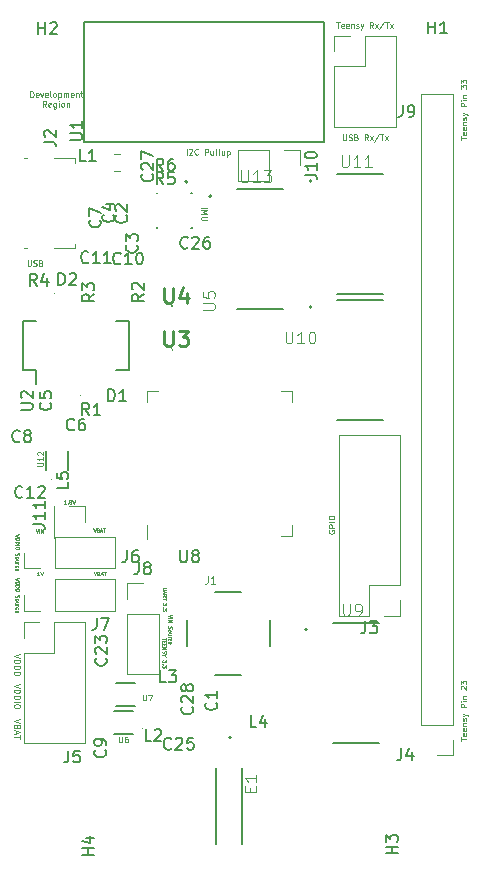
<source format=gbr>
%TF.GenerationSoftware,KiCad,Pcbnew,(5.0.2)-1*%
%TF.CreationDate,2021-03-08T17:37:58-08:00*%
%TF.ProjectId,scum3c-devboard,7363756d-3363-42d6-9465-76626f617264,rev?*%
%TF.SameCoordinates,Original*%
%TF.FileFunction,Legend,Top*%
%TF.FilePolarity,Positive*%
%FSLAX46Y46*%
G04 Gerber Fmt 4.6, Leading zero omitted, Abs format (unit mm)*
G04 Created by KiCad (PCBNEW (5.0.2)-1) date 3/8/2021 5:37:58 PM*
%MOMM*%
%LPD*%
G01*
G04 APERTURE LIST*
%ADD10C,0.076550*%
%ADD11C,0.096800*%
%ADD12C,0.122200*%
%ADD13C,0.100000*%
%ADD14C,0.127000*%
%ADD15C,0.200000*%
%ADD16C,0.120000*%
%ADD17C,0.150000*%
%ADD18C,0.254000*%
%ADD19C,0.015000*%
G04 APERTURE END LIST*
D10*
X207203080Y-119747876D02*
X207203080Y-119922847D01*
X206896880Y-119835361D02*
X207203080Y-119835361D01*
X207057271Y-120024914D02*
X207057271Y-120126980D01*
X206896880Y-120170723D02*
X206896880Y-120024914D01*
X207203080Y-120024914D01*
X207203080Y-120170723D01*
X207057271Y-120301952D02*
X207057271Y-120404019D01*
X206896880Y-120447761D02*
X206896880Y-120301952D01*
X207203080Y-120301952D01*
X207203080Y-120447761D01*
X206896880Y-120578990D02*
X207203080Y-120578990D01*
X206896880Y-120753961D01*
X207203080Y-120753961D01*
X206911461Y-120885190D02*
X206896880Y-120928933D01*
X206896880Y-121001838D01*
X206911461Y-121031000D01*
X206926042Y-121045580D01*
X206955204Y-121060161D01*
X206984366Y-121060161D01*
X207013528Y-121045580D01*
X207028109Y-121031000D01*
X207042690Y-121001838D01*
X207057271Y-120943514D01*
X207071852Y-120914352D01*
X207086433Y-120899771D01*
X207115595Y-120885190D01*
X207144757Y-120885190D01*
X207173919Y-120899771D01*
X207188500Y-120914352D01*
X207203080Y-120943514D01*
X207203080Y-121016419D01*
X207188500Y-121060161D01*
X207042690Y-121249714D02*
X206896880Y-121249714D01*
X207203080Y-121147647D02*
X207042690Y-121249714D01*
X207203080Y-121351780D01*
X207203080Y-121657980D02*
X207203080Y-121847533D01*
X207086433Y-121745466D01*
X207086433Y-121789209D01*
X207071852Y-121818371D01*
X207057271Y-121832952D01*
X207028109Y-121847533D01*
X206955204Y-121847533D01*
X206926042Y-121832952D01*
X206911461Y-121818371D01*
X206896880Y-121789209D01*
X206896880Y-121701723D01*
X206911461Y-121672561D01*
X206926042Y-121657980D01*
X206926042Y-121978761D02*
X206911461Y-121993342D01*
X206896880Y-121978761D01*
X206911461Y-121964180D01*
X206926042Y-121978761D01*
X206896880Y-121978761D01*
X207203080Y-122095409D02*
X207203080Y-122284961D01*
X207086433Y-122182895D01*
X207086433Y-122226638D01*
X207071852Y-122255800D01*
X207057271Y-122270380D01*
X207028109Y-122284961D01*
X206955204Y-122284961D01*
X206926042Y-122270380D01*
X206911461Y-122255800D01*
X206896880Y-122226638D01*
X206896880Y-122139152D01*
X206911461Y-122109990D01*
X206926042Y-122095409D01*
X207228480Y-115514766D02*
X206980604Y-115514766D01*
X206951442Y-115529347D01*
X206936861Y-115543928D01*
X206922280Y-115573090D01*
X206922280Y-115631414D01*
X206936861Y-115660576D01*
X206951442Y-115675157D01*
X206980604Y-115689738D01*
X207228480Y-115689738D01*
X207009766Y-115820966D02*
X207009766Y-115966776D01*
X206922280Y-115791804D02*
X207228480Y-115893871D01*
X206922280Y-115995938D01*
X206922280Y-116272976D02*
X207068090Y-116170909D01*
X206922280Y-116098004D02*
X207228480Y-116098004D01*
X207228480Y-116214652D01*
X207213900Y-116243814D01*
X207199319Y-116258395D01*
X207170157Y-116272976D01*
X207126414Y-116272976D01*
X207097252Y-116258395D01*
X207082671Y-116243814D01*
X207068090Y-116214652D01*
X207068090Y-116098004D01*
X207228480Y-116360461D02*
X207228480Y-116535433D01*
X206922280Y-116447947D02*
X207228480Y-116447947D01*
X207228480Y-116841633D02*
X207228480Y-117031185D01*
X207111833Y-116929119D01*
X207111833Y-116972861D01*
X207097252Y-117002023D01*
X207082671Y-117016604D01*
X207053509Y-117031185D01*
X206980604Y-117031185D01*
X206951442Y-117016604D01*
X206936861Y-117002023D01*
X206922280Y-116972861D01*
X206922280Y-116885376D01*
X206936861Y-116856214D01*
X206951442Y-116841633D01*
X206951442Y-117162414D02*
X206936861Y-117176995D01*
X206922280Y-117162414D01*
X206936861Y-117147833D01*
X206951442Y-117162414D01*
X206922280Y-117162414D01*
X207228480Y-117279061D02*
X207228480Y-117468614D01*
X207111833Y-117366547D01*
X207111833Y-117410290D01*
X207097252Y-117439452D01*
X207082671Y-117454033D01*
X207053509Y-117468614D01*
X206980604Y-117468614D01*
X206951442Y-117454033D01*
X206936861Y-117439452D01*
X206922280Y-117410290D01*
X206922280Y-117322804D01*
X206936861Y-117293642D01*
X206951442Y-117279061D01*
X198746542Y-108418719D02*
X198571571Y-108418719D01*
X198659057Y-108418719D02*
X198659057Y-108112519D01*
X198629895Y-108156261D01*
X198600733Y-108185423D01*
X198571571Y-108200004D01*
X198877771Y-108389557D02*
X198892352Y-108404138D01*
X198877771Y-108418719D01*
X198863190Y-108404138D01*
X198877771Y-108389557D01*
X198877771Y-108418719D01*
X199067323Y-108243747D02*
X199038161Y-108229166D01*
X199023580Y-108214585D01*
X199009000Y-108185423D01*
X199009000Y-108170842D01*
X199023580Y-108141680D01*
X199038161Y-108127100D01*
X199067323Y-108112519D01*
X199125647Y-108112519D01*
X199154809Y-108127100D01*
X199169390Y-108141680D01*
X199183971Y-108170842D01*
X199183971Y-108185423D01*
X199169390Y-108214585D01*
X199154809Y-108229166D01*
X199125647Y-108243747D01*
X199067323Y-108243747D01*
X199038161Y-108258328D01*
X199023580Y-108272909D01*
X199009000Y-108302071D01*
X199009000Y-108360395D01*
X199023580Y-108389557D01*
X199038161Y-108404138D01*
X199067323Y-108418719D01*
X199125647Y-108418719D01*
X199154809Y-108404138D01*
X199169390Y-108389557D01*
X199183971Y-108360395D01*
X199183971Y-108302071D01*
X199169390Y-108272909D01*
X199154809Y-108258328D01*
X199125647Y-108243747D01*
X199271457Y-108112519D02*
X199373523Y-108418719D01*
X199475590Y-108112519D01*
X196159038Y-110576319D02*
X196261104Y-110882519D01*
X196363171Y-110576319D01*
X196465238Y-110882519D02*
X196465238Y-110576319D01*
X196611047Y-110882519D02*
X196611047Y-110576319D01*
X196786019Y-110882519D01*
X196786019Y-110576319D01*
X201045957Y-110500119D02*
X201148023Y-110806319D01*
X201250090Y-110500119D01*
X201454223Y-110645928D02*
X201497966Y-110660509D01*
X201512547Y-110675090D01*
X201527128Y-110704252D01*
X201527128Y-110747995D01*
X201512547Y-110777157D01*
X201497966Y-110791738D01*
X201468804Y-110806319D01*
X201352157Y-110806319D01*
X201352157Y-110500119D01*
X201454223Y-110500119D01*
X201483385Y-110514700D01*
X201497966Y-110529280D01*
X201512547Y-110558442D01*
X201512547Y-110587604D01*
X201497966Y-110616766D01*
X201483385Y-110631347D01*
X201454223Y-110645928D01*
X201352157Y-110645928D01*
X201643776Y-110718833D02*
X201789585Y-110718833D01*
X201614614Y-110806319D02*
X201716680Y-110500119D01*
X201818747Y-110806319D01*
X201877071Y-110500119D02*
X202052042Y-110500119D01*
X201964557Y-110806319D02*
X201964557Y-110500119D01*
X201071357Y-114183119D02*
X201173423Y-114489319D01*
X201275490Y-114183119D01*
X201479623Y-114328928D02*
X201523366Y-114343509D01*
X201537947Y-114358090D01*
X201552528Y-114387252D01*
X201552528Y-114430995D01*
X201537947Y-114460157D01*
X201523366Y-114474738D01*
X201494204Y-114489319D01*
X201377557Y-114489319D01*
X201377557Y-114183119D01*
X201479623Y-114183119D01*
X201508785Y-114197700D01*
X201523366Y-114212280D01*
X201537947Y-114241442D01*
X201537947Y-114270604D01*
X201523366Y-114299766D01*
X201508785Y-114314347D01*
X201479623Y-114328928D01*
X201377557Y-114328928D01*
X201669176Y-114401833D02*
X201814985Y-114401833D01*
X201640014Y-114489319D02*
X201742080Y-114183119D01*
X201844147Y-114489319D01*
X201902471Y-114183119D02*
X202077442Y-114183119D01*
X201989957Y-114489319D02*
X201989957Y-114183119D01*
X196476057Y-114489319D02*
X196301085Y-114489319D01*
X196388571Y-114489319D02*
X196388571Y-114183119D01*
X196359409Y-114226861D01*
X196330247Y-114256023D01*
X196301085Y-114270604D01*
X196563542Y-114183119D02*
X196665609Y-114489319D01*
X196767676Y-114183119D01*
D11*
X222186542Y-77154152D02*
X222186542Y-77545961D01*
X222209590Y-77592057D01*
X222232638Y-77615104D01*
X222278733Y-77638152D01*
X222370923Y-77638152D01*
X222417019Y-77615104D01*
X222440066Y-77592057D01*
X222463114Y-77545961D01*
X222463114Y-77154152D01*
X222670542Y-77615104D02*
X222739685Y-77638152D01*
X222854923Y-77638152D01*
X222901019Y-77615104D01*
X222924066Y-77592057D01*
X222947114Y-77545961D01*
X222947114Y-77499866D01*
X222924066Y-77453771D01*
X222901019Y-77430723D01*
X222854923Y-77407676D01*
X222762733Y-77384628D01*
X222716638Y-77361580D01*
X222693590Y-77338533D01*
X222670542Y-77292438D01*
X222670542Y-77246342D01*
X222693590Y-77200247D01*
X222716638Y-77177200D01*
X222762733Y-77154152D01*
X222877971Y-77154152D01*
X222947114Y-77177200D01*
X223315876Y-77384628D02*
X223385019Y-77407676D01*
X223408066Y-77430723D01*
X223431114Y-77476819D01*
X223431114Y-77545961D01*
X223408066Y-77592057D01*
X223385019Y-77615104D01*
X223338923Y-77638152D01*
X223154542Y-77638152D01*
X223154542Y-77154152D01*
X223315876Y-77154152D01*
X223361971Y-77177200D01*
X223385019Y-77200247D01*
X223408066Y-77246342D01*
X223408066Y-77292438D01*
X223385019Y-77338533D01*
X223361971Y-77361580D01*
X223315876Y-77384628D01*
X223154542Y-77384628D01*
X224283876Y-77638152D02*
X224122542Y-77407676D01*
X224007304Y-77638152D02*
X224007304Y-77154152D01*
X224191685Y-77154152D01*
X224237780Y-77177200D01*
X224260828Y-77200247D01*
X224283876Y-77246342D01*
X224283876Y-77315485D01*
X224260828Y-77361580D01*
X224237780Y-77384628D01*
X224191685Y-77407676D01*
X224007304Y-77407676D01*
X224445209Y-77638152D02*
X224698733Y-77315485D01*
X224445209Y-77315485D02*
X224698733Y-77638152D01*
X225228828Y-77131104D02*
X224813971Y-77753390D01*
X225321019Y-77154152D02*
X225597590Y-77154152D01*
X225459304Y-77638152D02*
X225459304Y-77154152D01*
X225712828Y-77638152D02*
X225966352Y-77315485D01*
X225712828Y-77315485D02*
X225966352Y-77638152D01*
X195477238Y-87796752D02*
X195477238Y-88188561D01*
X195500285Y-88234657D01*
X195523333Y-88257704D01*
X195569428Y-88280752D01*
X195661619Y-88280752D01*
X195707714Y-88257704D01*
X195730761Y-88234657D01*
X195753809Y-88188561D01*
X195753809Y-87796752D01*
X195961238Y-88257704D02*
X196030380Y-88280752D01*
X196145619Y-88280752D01*
X196191714Y-88257704D01*
X196214761Y-88234657D01*
X196237809Y-88188561D01*
X196237809Y-88142466D01*
X196214761Y-88096371D01*
X196191714Y-88073323D01*
X196145619Y-88050276D01*
X196053428Y-88027228D01*
X196007333Y-88004180D01*
X195984285Y-87981133D01*
X195961238Y-87935038D01*
X195961238Y-87888942D01*
X195984285Y-87842847D01*
X196007333Y-87819800D01*
X196053428Y-87796752D01*
X196168666Y-87796752D01*
X196237809Y-87819800D01*
X196606571Y-88027228D02*
X196675714Y-88050276D01*
X196698761Y-88073323D01*
X196721809Y-88119419D01*
X196721809Y-88188561D01*
X196698761Y-88234657D01*
X196675714Y-88257704D01*
X196629619Y-88280752D01*
X196445238Y-88280752D01*
X196445238Y-87796752D01*
X196606571Y-87796752D01*
X196652666Y-87819800D01*
X196675714Y-87842847D01*
X196698761Y-87888942D01*
X196698761Y-87935038D01*
X196675714Y-87981133D01*
X196652666Y-88004180D01*
X196606571Y-88027228D01*
X196445238Y-88027228D01*
X210194647Y-83340704D02*
X210678647Y-83340704D01*
X210194647Y-83571180D02*
X210678647Y-83571180D01*
X210332933Y-83732514D01*
X210678647Y-83893847D01*
X210194647Y-83893847D01*
X210678647Y-84124323D02*
X210286838Y-84124323D01*
X210240742Y-84147371D01*
X210217695Y-84170419D01*
X210194647Y-84216514D01*
X210194647Y-84308704D01*
X210217695Y-84354800D01*
X210240742Y-84377847D01*
X210286838Y-84400895D01*
X210678647Y-84400895D01*
X220992000Y-110669200D02*
X220968952Y-110715295D01*
X220968952Y-110784438D01*
X220992000Y-110853580D01*
X221038095Y-110899676D01*
X221084190Y-110922723D01*
X221176380Y-110945771D01*
X221245523Y-110945771D01*
X221337714Y-110922723D01*
X221383809Y-110899676D01*
X221429904Y-110853580D01*
X221452952Y-110784438D01*
X221452952Y-110738342D01*
X221429904Y-110669200D01*
X221406857Y-110646152D01*
X221245523Y-110646152D01*
X221245523Y-110738342D01*
X221452952Y-110438723D02*
X220968952Y-110438723D01*
X220968952Y-110254342D01*
X220992000Y-110208247D01*
X221015047Y-110185200D01*
X221061142Y-110162152D01*
X221130285Y-110162152D01*
X221176380Y-110185200D01*
X221199428Y-110208247D01*
X221222476Y-110254342D01*
X221222476Y-110438723D01*
X221452952Y-109954723D02*
X220968952Y-109954723D01*
X220968952Y-109632057D02*
X220968952Y-109539866D01*
X220992000Y-109493771D01*
X221038095Y-109447676D01*
X221130285Y-109424628D01*
X221291619Y-109424628D01*
X221383809Y-109447676D01*
X221429904Y-109493771D01*
X221452952Y-109539866D01*
X221452952Y-109632057D01*
X221429904Y-109678152D01*
X221383809Y-109724247D01*
X221291619Y-109747295D01*
X221130285Y-109747295D01*
X221038095Y-109724247D01*
X220992000Y-109678152D01*
X220968952Y-109632057D01*
X208934561Y-78857352D02*
X208934561Y-78373352D01*
X209141990Y-78419447D02*
X209165038Y-78396400D01*
X209211133Y-78373352D01*
X209326371Y-78373352D01*
X209372466Y-78396400D01*
X209395514Y-78419447D01*
X209418561Y-78465542D01*
X209418561Y-78511638D01*
X209395514Y-78580780D01*
X209118942Y-78857352D01*
X209418561Y-78857352D01*
X209902561Y-78811257D02*
X209879514Y-78834304D01*
X209810371Y-78857352D01*
X209764276Y-78857352D01*
X209695133Y-78834304D01*
X209649038Y-78788209D01*
X209625990Y-78742114D01*
X209602942Y-78649923D01*
X209602942Y-78580780D01*
X209625990Y-78488590D01*
X209649038Y-78442495D01*
X209695133Y-78396400D01*
X209764276Y-78373352D01*
X209810371Y-78373352D01*
X209879514Y-78396400D01*
X209902561Y-78419447D01*
X210478752Y-78857352D02*
X210478752Y-78373352D01*
X210663133Y-78373352D01*
X210709228Y-78396400D01*
X210732276Y-78419447D01*
X210755323Y-78465542D01*
X210755323Y-78534685D01*
X210732276Y-78580780D01*
X210709228Y-78603828D01*
X210663133Y-78626876D01*
X210478752Y-78626876D01*
X211170180Y-78534685D02*
X211170180Y-78857352D01*
X210962752Y-78534685D02*
X210962752Y-78788209D01*
X210985800Y-78834304D01*
X211031895Y-78857352D01*
X211101038Y-78857352D01*
X211147133Y-78834304D01*
X211170180Y-78811257D01*
X211469800Y-78857352D02*
X211423704Y-78834304D01*
X211400657Y-78788209D01*
X211400657Y-78373352D01*
X211723323Y-78857352D02*
X211677228Y-78834304D01*
X211654180Y-78788209D01*
X211654180Y-78373352D01*
X212115133Y-78534685D02*
X212115133Y-78857352D01*
X211907704Y-78534685D02*
X211907704Y-78788209D01*
X211930752Y-78834304D01*
X211976847Y-78857352D01*
X212045990Y-78857352D01*
X212092085Y-78834304D01*
X212115133Y-78811257D01*
X212345609Y-78534685D02*
X212345609Y-79018685D01*
X212345609Y-78557733D02*
X212391704Y-78534685D01*
X212483895Y-78534685D01*
X212529990Y-78557733D01*
X212553038Y-78580780D01*
X212576085Y-78626876D01*
X212576085Y-78765161D01*
X212553038Y-78811257D01*
X212529990Y-78834304D01*
X212483895Y-78857352D01*
X212391704Y-78857352D01*
X212345609Y-78834304D01*
D10*
X207685680Y-117817709D02*
X207379480Y-117919776D01*
X207685680Y-118021842D01*
X207379480Y-118123909D02*
X207685680Y-118123909D01*
X207379480Y-118269719D02*
X207685680Y-118269719D01*
X207379480Y-118444690D01*
X207685680Y-118444690D01*
X207394061Y-118809214D02*
X207379480Y-118852957D01*
X207379480Y-118925861D01*
X207394061Y-118955023D01*
X207408642Y-118969604D01*
X207437804Y-118984185D01*
X207466966Y-118984185D01*
X207496128Y-118969604D01*
X207510709Y-118955023D01*
X207525290Y-118925861D01*
X207539871Y-118867538D01*
X207554452Y-118838376D01*
X207569033Y-118823795D01*
X207598195Y-118809214D01*
X207627357Y-118809214D01*
X207656519Y-118823795D01*
X207671100Y-118838376D01*
X207685680Y-118867538D01*
X207685680Y-118940442D01*
X207671100Y-118984185D01*
X207379480Y-119159157D02*
X207394061Y-119129995D01*
X207408642Y-119115414D01*
X207437804Y-119100833D01*
X207525290Y-119100833D01*
X207554452Y-119115414D01*
X207569033Y-119129995D01*
X207583614Y-119159157D01*
X207583614Y-119202900D01*
X207569033Y-119232061D01*
X207554452Y-119246642D01*
X207525290Y-119261223D01*
X207437804Y-119261223D01*
X207408642Y-119246642D01*
X207394061Y-119232061D01*
X207379480Y-119202900D01*
X207379480Y-119159157D01*
X207583614Y-119523680D02*
X207379480Y-119523680D01*
X207583614Y-119392452D02*
X207423223Y-119392452D01*
X207394061Y-119407033D01*
X207379480Y-119436195D01*
X207379480Y-119479938D01*
X207394061Y-119509100D01*
X207408642Y-119523680D01*
X207379480Y-119669490D02*
X207583614Y-119669490D01*
X207525290Y-119669490D02*
X207554452Y-119684071D01*
X207569033Y-119698652D01*
X207583614Y-119727814D01*
X207583614Y-119756976D01*
X207394061Y-119990271D02*
X207379480Y-119961109D01*
X207379480Y-119902785D01*
X207394061Y-119873623D01*
X207408642Y-119859042D01*
X207437804Y-119844461D01*
X207525290Y-119844461D01*
X207554452Y-119859042D01*
X207569033Y-119873623D01*
X207583614Y-119902785D01*
X207583614Y-119961109D01*
X207569033Y-119990271D01*
X207394061Y-120238147D02*
X207379480Y-120208985D01*
X207379480Y-120150661D01*
X207394061Y-120121500D01*
X207423223Y-120106919D01*
X207539871Y-120106919D01*
X207569033Y-120121500D01*
X207583614Y-120150661D01*
X207583614Y-120208985D01*
X207569033Y-120238147D01*
X207539871Y-120252728D01*
X207510709Y-120252728D01*
X207481547Y-120106919D01*
X194757080Y-114721504D02*
X194450880Y-114823571D01*
X194757080Y-114925638D01*
X194450880Y-115027704D02*
X194757080Y-115027704D01*
X194757080Y-115100609D01*
X194742500Y-115144352D01*
X194713338Y-115173514D01*
X194684176Y-115188095D01*
X194625852Y-115202676D01*
X194582109Y-115202676D01*
X194523785Y-115188095D01*
X194494623Y-115173514D01*
X194465461Y-115144352D01*
X194450880Y-115100609D01*
X194450880Y-115027704D01*
X194450880Y-115333904D02*
X194757080Y-115333904D01*
X194757080Y-115406809D01*
X194742500Y-115450552D01*
X194713338Y-115479714D01*
X194684176Y-115494295D01*
X194625852Y-115508876D01*
X194582109Y-115508876D01*
X194523785Y-115494295D01*
X194494623Y-115479714D01*
X194465461Y-115450552D01*
X194450880Y-115406809D01*
X194450880Y-115333904D01*
X194450880Y-115640104D02*
X194757080Y-115640104D01*
X194757080Y-115713009D01*
X194742500Y-115756752D01*
X194713338Y-115785914D01*
X194684176Y-115800495D01*
X194625852Y-115815076D01*
X194582109Y-115815076D01*
X194523785Y-115800495D01*
X194494623Y-115785914D01*
X194465461Y-115756752D01*
X194450880Y-115713009D01*
X194450880Y-115640104D01*
X194465461Y-116165019D02*
X194450880Y-116208761D01*
X194450880Y-116281666D01*
X194465461Y-116310828D01*
X194480042Y-116325409D01*
X194509204Y-116339990D01*
X194538366Y-116339990D01*
X194567528Y-116325409D01*
X194582109Y-116310828D01*
X194596690Y-116281666D01*
X194611271Y-116223342D01*
X194625852Y-116194180D01*
X194640433Y-116179600D01*
X194669595Y-116165019D01*
X194698757Y-116165019D01*
X194727919Y-116179600D01*
X194742500Y-116194180D01*
X194757080Y-116223342D01*
X194757080Y-116296247D01*
X194742500Y-116339990D01*
X194450880Y-116514961D02*
X194465461Y-116485800D01*
X194480042Y-116471219D01*
X194509204Y-116456638D01*
X194596690Y-116456638D01*
X194625852Y-116471219D01*
X194640433Y-116485800D01*
X194655014Y-116514961D01*
X194655014Y-116558704D01*
X194640433Y-116587866D01*
X194625852Y-116602447D01*
X194596690Y-116617028D01*
X194509204Y-116617028D01*
X194480042Y-116602447D01*
X194465461Y-116587866D01*
X194450880Y-116558704D01*
X194450880Y-116514961D01*
X194655014Y-116879485D02*
X194450880Y-116879485D01*
X194655014Y-116748257D02*
X194494623Y-116748257D01*
X194465461Y-116762838D01*
X194450880Y-116792000D01*
X194450880Y-116835742D01*
X194465461Y-116864904D01*
X194480042Y-116879485D01*
X194450880Y-117025295D02*
X194655014Y-117025295D01*
X194596690Y-117025295D02*
X194625852Y-117039876D01*
X194640433Y-117054457D01*
X194655014Y-117083619D01*
X194655014Y-117112780D01*
X194465461Y-117346076D02*
X194450880Y-117316914D01*
X194450880Y-117258590D01*
X194465461Y-117229428D01*
X194480042Y-117214847D01*
X194509204Y-117200266D01*
X194596690Y-117200266D01*
X194625852Y-117214847D01*
X194640433Y-117229428D01*
X194655014Y-117258590D01*
X194655014Y-117316914D01*
X194640433Y-117346076D01*
X194465461Y-117593952D02*
X194450880Y-117564790D01*
X194450880Y-117506466D01*
X194465461Y-117477304D01*
X194494623Y-117462723D01*
X194611271Y-117462723D01*
X194640433Y-117477304D01*
X194655014Y-117506466D01*
X194655014Y-117564790D01*
X194640433Y-117593952D01*
X194611271Y-117608533D01*
X194582109Y-117608533D01*
X194552947Y-117462723D01*
D11*
X221619523Y-67654552D02*
X221896095Y-67654552D01*
X221757809Y-68138552D02*
X221757809Y-67654552D01*
X222241809Y-68115504D02*
X222195714Y-68138552D01*
X222103523Y-68138552D01*
X222057428Y-68115504D01*
X222034380Y-68069409D01*
X222034380Y-67885028D01*
X222057428Y-67838933D01*
X222103523Y-67815885D01*
X222195714Y-67815885D01*
X222241809Y-67838933D01*
X222264857Y-67885028D01*
X222264857Y-67931123D01*
X222034380Y-67977219D01*
X222656666Y-68115504D02*
X222610571Y-68138552D01*
X222518380Y-68138552D01*
X222472285Y-68115504D01*
X222449238Y-68069409D01*
X222449238Y-67885028D01*
X222472285Y-67838933D01*
X222518380Y-67815885D01*
X222610571Y-67815885D01*
X222656666Y-67838933D01*
X222679714Y-67885028D01*
X222679714Y-67931123D01*
X222449238Y-67977219D01*
X222887142Y-67815885D02*
X222887142Y-68138552D01*
X222887142Y-67861980D02*
X222910190Y-67838933D01*
X222956285Y-67815885D01*
X223025428Y-67815885D01*
X223071523Y-67838933D01*
X223094571Y-67885028D01*
X223094571Y-68138552D01*
X223302000Y-68115504D02*
X223348095Y-68138552D01*
X223440285Y-68138552D01*
X223486380Y-68115504D01*
X223509428Y-68069409D01*
X223509428Y-68046361D01*
X223486380Y-68000266D01*
X223440285Y-67977219D01*
X223371142Y-67977219D01*
X223325047Y-67954171D01*
X223302000Y-67908076D01*
X223302000Y-67885028D01*
X223325047Y-67838933D01*
X223371142Y-67815885D01*
X223440285Y-67815885D01*
X223486380Y-67838933D01*
X223670761Y-67815885D02*
X223786000Y-68138552D01*
X223901238Y-67815885D02*
X223786000Y-68138552D01*
X223739904Y-68253790D01*
X223716857Y-68276838D01*
X223670761Y-68299885D01*
X224730952Y-68138552D02*
X224569619Y-67908076D01*
X224454380Y-68138552D02*
X224454380Y-67654552D01*
X224638761Y-67654552D01*
X224684857Y-67677600D01*
X224707904Y-67700647D01*
X224730952Y-67746742D01*
X224730952Y-67815885D01*
X224707904Y-67861980D01*
X224684857Y-67885028D01*
X224638761Y-67908076D01*
X224454380Y-67908076D01*
X224892285Y-68138552D02*
X225145809Y-67815885D01*
X224892285Y-67815885D02*
X225145809Y-68138552D01*
X225675904Y-67631504D02*
X225261047Y-68253790D01*
X225768095Y-67654552D02*
X226044666Y-67654552D01*
X225906380Y-68138552D02*
X225906380Y-67654552D01*
X226159904Y-68138552D02*
X226413428Y-67815885D01*
X226159904Y-67815885D02*
X226413428Y-68138552D01*
X232144952Y-77589885D02*
X232144952Y-77313314D01*
X232628952Y-77451600D02*
X232144952Y-77451600D01*
X232605904Y-76967600D02*
X232628952Y-77013695D01*
X232628952Y-77105885D01*
X232605904Y-77151980D01*
X232559809Y-77175028D01*
X232375428Y-77175028D01*
X232329333Y-77151980D01*
X232306285Y-77105885D01*
X232306285Y-77013695D01*
X232329333Y-76967600D01*
X232375428Y-76944552D01*
X232421523Y-76944552D01*
X232467619Y-77175028D01*
X232605904Y-76552742D02*
X232628952Y-76598838D01*
X232628952Y-76691028D01*
X232605904Y-76737123D01*
X232559809Y-76760171D01*
X232375428Y-76760171D01*
X232329333Y-76737123D01*
X232306285Y-76691028D01*
X232306285Y-76598838D01*
X232329333Y-76552742D01*
X232375428Y-76529695D01*
X232421523Y-76529695D01*
X232467619Y-76760171D01*
X232306285Y-76322266D02*
X232628952Y-76322266D01*
X232352380Y-76322266D02*
X232329333Y-76299219D01*
X232306285Y-76253123D01*
X232306285Y-76183980D01*
X232329333Y-76137885D01*
X232375428Y-76114838D01*
X232628952Y-76114838D01*
X232605904Y-75907409D02*
X232628952Y-75861314D01*
X232628952Y-75769123D01*
X232605904Y-75723028D01*
X232559809Y-75699980D01*
X232536761Y-75699980D01*
X232490666Y-75723028D01*
X232467619Y-75769123D01*
X232467619Y-75838266D01*
X232444571Y-75884361D01*
X232398476Y-75907409D01*
X232375428Y-75907409D01*
X232329333Y-75884361D01*
X232306285Y-75838266D01*
X232306285Y-75769123D01*
X232329333Y-75723028D01*
X232306285Y-75538647D02*
X232628952Y-75423409D01*
X232306285Y-75308171D02*
X232628952Y-75423409D01*
X232744190Y-75469504D01*
X232767238Y-75492552D01*
X232790285Y-75538647D01*
X232628952Y-74755028D02*
X232144952Y-74755028D01*
X232144952Y-74570647D01*
X232168000Y-74524552D01*
X232191047Y-74501504D01*
X232237142Y-74478457D01*
X232306285Y-74478457D01*
X232352380Y-74501504D01*
X232375428Y-74524552D01*
X232398476Y-74570647D01*
X232398476Y-74755028D01*
X232628952Y-74271028D02*
X232306285Y-74271028D01*
X232144952Y-74271028D02*
X232168000Y-74294076D01*
X232191047Y-74271028D01*
X232168000Y-74247980D01*
X232144952Y-74271028D01*
X232191047Y-74271028D01*
X232306285Y-74040552D02*
X232628952Y-74040552D01*
X232352380Y-74040552D02*
X232329333Y-74017504D01*
X232306285Y-73971409D01*
X232306285Y-73902266D01*
X232329333Y-73856171D01*
X232375428Y-73833123D01*
X232628952Y-73833123D01*
X232144952Y-73279980D02*
X232144952Y-72980361D01*
X232329333Y-73141695D01*
X232329333Y-73072552D01*
X232352380Y-73026457D01*
X232375428Y-73003409D01*
X232421523Y-72980361D01*
X232536761Y-72980361D01*
X232582857Y-73003409D01*
X232605904Y-73026457D01*
X232628952Y-73072552D01*
X232628952Y-73210838D01*
X232605904Y-73256933D01*
X232582857Y-73279980D01*
X232144952Y-72819028D02*
X232144952Y-72519409D01*
X232329333Y-72680742D01*
X232329333Y-72611600D01*
X232352380Y-72565504D01*
X232375428Y-72542457D01*
X232421523Y-72519409D01*
X232536761Y-72519409D01*
X232582857Y-72542457D01*
X232605904Y-72565504D01*
X232628952Y-72611600D01*
X232628952Y-72749885D01*
X232605904Y-72795980D01*
X232582857Y-72819028D01*
X232144952Y-128466085D02*
X232144952Y-128189514D01*
X232628952Y-128327800D02*
X232144952Y-128327800D01*
X232605904Y-127843800D02*
X232628952Y-127889895D01*
X232628952Y-127982085D01*
X232605904Y-128028180D01*
X232559809Y-128051228D01*
X232375428Y-128051228D01*
X232329333Y-128028180D01*
X232306285Y-127982085D01*
X232306285Y-127889895D01*
X232329333Y-127843800D01*
X232375428Y-127820752D01*
X232421523Y-127820752D01*
X232467619Y-128051228D01*
X232605904Y-127428942D02*
X232628952Y-127475038D01*
X232628952Y-127567228D01*
X232605904Y-127613323D01*
X232559809Y-127636371D01*
X232375428Y-127636371D01*
X232329333Y-127613323D01*
X232306285Y-127567228D01*
X232306285Y-127475038D01*
X232329333Y-127428942D01*
X232375428Y-127405895D01*
X232421523Y-127405895D01*
X232467619Y-127636371D01*
X232306285Y-127198466D02*
X232628952Y-127198466D01*
X232352380Y-127198466D02*
X232329333Y-127175419D01*
X232306285Y-127129323D01*
X232306285Y-127060180D01*
X232329333Y-127014085D01*
X232375428Y-126991038D01*
X232628952Y-126991038D01*
X232605904Y-126783609D02*
X232628952Y-126737514D01*
X232628952Y-126645323D01*
X232605904Y-126599228D01*
X232559809Y-126576180D01*
X232536761Y-126576180D01*
X232490666Y-126599228D01*
X232467619Y-126645323D01*
X232467619Y-126714466D01*
X232444571Y-126760561D01*
X232398476Y-126783609D01*
X232375428Y-126783609D01*
X232329333Y-126760561D01*
X232306285Y-126714466D01*
X232306285Y-126645323D01*
X232329333Y-126599228D01*
X232306285Y-126414847D02*
X232628952Y-126299609D01*
X232306285Y-126184371D02*
X232628952Y-126299609D01*
X232744190Y-126345704D01*
X232767238Y-126368752D01*
X232790285Y-126414847D01*
X232628952Y-125631228D02*
X232144952Y-125631228D01*
X232144952Y-125446847D01*
X232168000Y-125400752D01*
X232191047Y-125377704D01*
X232237142Y-125354657D01*
X232306285Y-125354657D01*
X232352380Y-125377704D01*
X232375428Y-125400752D01*
X232398476Y-125446847D01*
X232398476Y-125631228D01*
X232628952Y-125147228D02*
X232306285Y-125147228D01*
X232144952Y-125147228D02*
X232168000Y-125170276D01*
X232191047Y-125147228D01*
X232168000Y-125124180D01*
X232144952Y-125147228D01*
X232191047Y-125147228D01*
X232306285Y-124916752D02*
X232628952Y-124916752D01*
X232352380Y-124916752D02*
X232329333Y-124893704D01*
X232306285Y-124847609D01*
X232306285Y-124778466D01*
X232329333Y-124732371D01*
X232375428Y-124709323D01*
X232628952Y-124709323D01*
X232191047Y-124133133D02*
X232168000Y-124110085D01*
X232144952Y-124063990D01*
X232144952Y-123948752D01*
X232168000Y-123902657D01*
X232191047Y-123879609D01*
X232237142Y-123856561D01*
X232283238Y-123856561D01*
X232352380Y-123879609D01*
X232628952Y-124156180D01*
X232628952Y-123856561D01*
X232144952Y-123695228D02*
X232144952Y-123395609D01*
X232329333Y-123556942D01*
X232329333Y-123487800D01*
X232352380Y-123441704D01*
X232375428Y-123418657D01*
X232421523Y-123395609D01*
X232536761Y-123395609D01*
X232582857Y-123418657D01*
X232605904Y-123441704D01*
X232628952Y-123487800D01*
X232628952Y-123626085D01*
X232605904Y-123672180D01*
X232582857Y-123695228D01*
X195713400Y-73975552D02*
X195713400Y-73491552D01*
X195828638Y-73491552D01*
X195897780Y-73514600D01*
X195943876Y-73560695D01*
X195966923Y-73606790D01*
X195989971Y-73698980D01*
X195989971Y-73768123D01*
X195966923Y-73860314D01*
X195943876Y-73906409D01*
X195897780Y-73952504D01*
X195828638Y-73975552D01*
X195713400Y-73975552D01*
X196381780Y-73952504D02*
X196335685Y-73975552D01*
X196243495Y-73975552D01*
X196197400Y-73952504D01*
X196174352Y-73906409D01*
X196174352Y-73722028D01*
X196197400Y-73675933D01*
X196243495Y-73652885D01*
X196335685Y-73652885D01*
X196381780Y-73675933D01*
X196404828Y-73722028D01*
X196404828Y-73768123D01*
X196174352Y-73814219D01*
X196566161Y-73652885D02*
X196681400Y-73975552D01*
X196796638Y-73652885D01*
X197165400Y-73952504D02*
X197119304Y-73975552D01*
X197027114Y-73975552D01*
X196981019Y-73952504D01*
X196957971Y-73906409D01*
X196957971Y-73722028D01*
X196981019Y-73675933D01*
X197027114Y-73652885D01*
X197119304Y-73652885D01*
X197165400Y-73675933D01*
X197188447Y-73722028D01*
X197188447Y-73768123D01*
X196957971Y-73814219D01*
X197465019Y-73975552D02*
X197418923Y-73952504D01*
X197395876Y-73906409D01*
X197395876Y-73491552D01*
X197718542Y-73975552D02*
X197672447Y-73952504D01*
X197649400Y-73929457D01*
X197626352Y-73883361D01*
X197626352Y-73745076D01*
X197649400Y-73698980D01*
X197672447Y-73675933D01*
X197718542Y-73652885D01*
X197787685Y-73652885D01*
X197833780Y-73675933D01*
X197856828Y-73698980D01*
X197879876Y-73745076D01*
X197879876Y-73883361D01*
X197856828Y-73929457D01*
X197833780Y-73952504D01*
X197787685Y-73975552D01*
X197718542Y-73975552D01*
X198087304Y-73652885D02*
X198087304Y-74136885D01*
X198087304Y-73675933D02*
X198133400Y-73652885D01*
X198225590Y-73652885D01*
X198271685Y-73675933D01*
X198294733Y-73698980D01*
X198317780Y-73745076D01*
X198317780Y-73883361D01*
X198294733Y-73929457D01*
X198271685Y-73952504D01*
X198225590Y-73975552D01*
X198133400Y-73975552D01*
X198087304Y-73952504D01*
X198525209Y-73975552D02*
X198525209Y-73652885D01*
X198525209Y-73698980D02*
X198548257Y-73675933D01*
X198594352Y-73652885D01*
X198663495Y-73652885D01*
X198709590Y-73675933D01*
X198732638Y-73722028D01*
X198732638Y-73975552D01*
X198732638Y-73722028D02*
X198755685Y-73675933D01*
X198801780Y-73652885D01*
X198870923Y-73652885D01*
X198917019Y-73675933D01*
X198940066Y-73722028D01*
X198940066Y-73975552D01*
X199354923Y-73952504D02*
X199308828Y-73975552D01*
X199216638Y-73975552D01*
X199170542Y-73952504D01*
X199147495Y-73906409D01*
X199147495Y-73722028D01*
X199170542Y-73675933D01*
X199216638Y-73652885D01*
X199308828Y-73652885D01*
X199354923Y-73675933D01*
X199377971Y-73722028D01*
X199377971Y-73768123D01*
X199147495Y-73814219D01*
X199585400Y-73652885D02*
X199585400Y-73975552D01*
X199585400Y-73698980D02*
X199608447Y-73675933D01*
X199654542Y-73652885D01*
X199723685Y-73652885D01*
X199769780Y-73675933D01*
X199792828Y-73722028D01*
X199792828Y-73975552D01*
X199954161Y-73652885D02*
X200138542Y-73652885D01*
X200023304Y-73491552D02*
X200023304Y-73906409D01*
X200046352Y-73952504D01*
X200092447Y-73975552D01*
X200138542Y-73975552D01*
X197061685Y-74798352D02*
X196900352Y-74567876D01*
X196785114Y-74798352D02*
X196785114Y-74314352D01*
X196969495Y-74314352D01*
X197015590Y-74337400D01*
X197038638Y-74360447D01*
X197061685Y-74406542D01*
X197061685Y-74475685D01*
X197038638Y-74521780D01*
X197015590Y-74544828D01*
X196969495Y-74567876D01*
X196785114Y-74567876D01*
X197453495Y-74775304D02*
X197407400Y-74798352D01*
X197315209Y-74798352D01*
X197269114Y-74775304D01*
X197246066Y-74729209D01*
X197246066Y-74544828D01*
X197269114Y-74498733D01*
X197315209Y-74475685D01*
X197407400Y-74475685D01*
X197453495Y-74498733D01*
X197476542Y-74544828D01*
X197476542Y-74590923D01*
X197246066Y-74637019D01*
X197891400Y-74475685D02*
X197891400Y-74867495D01*
X197868352Y-74913590D01*
X197845304Y-74936638D01*
X197799209Y-74959685D01*
X197730066Y-74959685D01*
X197683971Y-74936638D01*
X197891400Y-74775304D02*
X197845304Y-74798352D01*
X197753114Y-74798352D01*
X197707019Y-74775304D01*
X197683971Y-74752257D01*
X197660923Y-74706161D01*
X197660923Y-74567876D01*
X197683971Y-74521780D01*
X197707019Y-74498733D01*
X197753114Y-74475685D01*
X197845304Y-74475685D01*
X197891400Y-74498733D01*
X198121876Y-74798352D02*
X198121876Y-74475685D01*
X198121876Y-74314352D02*
X198098828Y-74337400D01*
X198121876Y-74360447D01*
X198144923Y-74337400D01*
X198121876Y-74314352D01*
X198121876Y-74360447D01*
X198421495Y-74798352D02*
X198375400Y-74775304D01*
X198352352Y-74752257D01*
X198329304Y-74706161D01*
X198329304Y-74567876D01*
X198352352Y-74521780D01*
X198375400Y-74498733D01*
X198421495Y-74475685D01*
X198490638Y-74475685D01*
X198536733Y-74498733D01*
X198559780Y-74521780D01*
X198582828Y-74567876D01*
X198582828Y-74706161D01*
X198559780Y-74752257D01*
X198536733Y-74775304D01*
X198490638Y-74798352D01*
X198421495Y-74798352D01*
X198790257Y-74475685D02*
X198790257Y-74798352D01*
X198790257Y-74521780D02*
X198813304Y-74498733D01*
X198859400Y-74475685D01*
X198928542Y-74475685D01*
X198974638Y-74498733D01*
X198997685Y-74544828D01*
X198997685Y-74798352D01*
D10*
X194757080Y-111009109D02*
X194450880Y-111111176D01*
X194757080Y-111213242D01*
X194450880Y-111315309D02*
X194757080Y-111315309D01*
X194757080Y-111388214D01*
X194742500Y-111431957D01*
X194713338Y-111461119D01*
X194684176Y-111475700D01*
X194625852Y-111490280D01*
X194582109Y-111490280D01*
X194523785Y-111475700D01*
X194494623Y-111461119D01*
X194465461Y-111431957D01*
X194450880Y-111388214D01*
X194450880Y-111315309D01*
X194450880Y-111621509D02*
X194757080Y-111621509D01*
X194757080Y-111694414D01*
X194742500Y-111738157D01*
X194713338Y-111767319D01*
X194684176Y-111781900D01*
X194625852Y-111796480D01*
X194582109Y-111796480D01*
X194523785Y-111781900D01*
X194494623Y-111767319D01*
X194465461Y-111738157D01*
X194450880Y-111694414D01*
X194450880Y-111621509D01*
X194450880Y-111927709D02*
X194757080Y-111927709D01*
X194757080Y-112131842D02*
X194757080Y-112190166D01*
X194742500Y-112219328D01*
X194713338Y-112248490D01*
X194655014Y-112263071D01*
X194552947Y-112263071D01*
X194494623Y-112248490D01*
X194465461Y-112219328D01*
X194450880Y-112190166D01*
X194450880Y-112131842D01*
X194465461Y-112102680D01*
X194494623Y-112073519D01*
X194552947Y-112058938D01*
X194655014Y-112058938D01*
X194713338Y-112073519D01*
X194742500Y-112102680D01*
X194757080Y-112131842D01*
X194465461Y-112613014D02*
X194450880Y-112656757D01*
X194450880Y-112729661D01*
X194465461Y-112758823D01*
X194480042Y-112773404D01*
X194509204Y-112787985D01*
X194538366Y-112787985D01*
X194567528Y-112773404D01*
X194582109Y-112758823D01*
X194596690Y-112729661D01*
X194611271Y-112671338D01*
X194625852Y-112642176D01*
X194640433Y-112627595D01*
X194669595Y-112613014D01*
X194698757Y-112613014D01*
X194727919Y-112627595D01*
X194742500Y-112642176D01*
X194757080Y-112671338D01*
X194757080Y-112744242D01*
X194742500Y-112787985D01*
X194450880Y-112962957D02*
X194465461Y-112933795D01*
X194480042Y-112919214D01*
X194509204Y-112904633D01*
X194596690Y-112904633D01*
X194625852Y-112919214D01*
X194640433Y-112933795D01*
X194655014Y-112962957D01*
X194655014Y-113006700D01*
X194640433Y-113035861D01*
X194625852Y-113050442D01*
X194596690Y-113065023D01*
X194509204Y-113065023D01*
X194480042Y-113050442D01*
X194465461Y-113035861D01*
X194450880Y-113006700D01*
X194450880Y-112962957D01*
X194655014Y-113327480D02*
X194450880Y-113327480D01*
X194655014Y-113196252D02*
X194494623Y-113196252D01*
X194465461Y-113210833D01*
X194450880Y-113239995D01*
X194450880Y-113283738D01*
X194465461Y-113312900D01*
X194480042Y-113327480D01*
X194450880Y-113473290D02*
X194655014Y-113473290D01*
X194596690Y-113473290D02*
X194625852Y-113487871D01*
X194640433Y-113502452D01*
X194655014Y-113531614D01*
X194655014Y-113560776D01*
X194465461Y-113794071D02*
X194450880Y-113764909D01*
X194450880Y-113706585D01*
X194465461Y-113677423D01*
X194480042Y-113662842D01*
X194509204Y-113648261D01*
X194596690Y-113648261D01*
X194625852Y-113662842D01*
X194640433Y-113677423D01*
X194655014Y-113706585D01*
X194655014Y-113764909D01*
X194640433Y-113794071D01*
X194465461Y-114041947D02*
X194450880Y-114012785D01*
X194450880Y-113954461D01*
X194465461Y-113925300D01*
X194494623Y-113910719D01*
X194611271Y-113910719D01*
X194640433Y-113925300D01*
X194655014Y-113954461D01*
X194655014Y-114012785D01*
X194640433Y-114041947D01*
X194611271Y-114056528D01*
X194582109Y-114056528D01*
X194552947Y-113910719D01*
D12*
X194842957Y-121113100D02*
X194333557Y-121282900D01*
X194842957Y-121452700D01*
X194333557Y-121622500D02*
X194842957Y-121622500D01*
X194842957Y-121743785D01*
X194818700Y-121816557D01*
X194770185Y-121865071D01*
X194721671Y-121889328D01*
X194624642Y-121913585D01*
X194551871Y-121913585D01*
X194454842Y-121889328D01*
X194406328Y-121865071D01*
X194357814Y-121816557D01*
X194333557Y-121743785D01*
X194333557Y-121622500D01*
X194333557Y-122131900D02*
X194842957Y-122131900D01*
X194842957Y-122253185D01*
X194818700Y-122325957D01*
X194770185Y-122374471D01*
X194721671Y-122398728D01*
X194624642Y-122422985D01*
X194551871Y-122422985D01*
X194454842Y-122398728D01*
X194406328Y-122374471D01*
X194357814Y-122325957D01*
X194333557Y-122253185D01*
X194333557Y-122131900D01*
X194333557Y-122641300D02*
X194842957Y-122641300D01*
X194842957Y-122762585D01*
X194818700Y-122835357D01*
X194770185Y-122883871D01*
X194721671Y-122908128D01*
X194624642Y-122932385D01*
X194551871Y-122932385D01*
X194454842Y-122908128D01*
X194406328Y-122883871D01*
X194357814Y-122835357D01*
X194333557Y-122762585D01*
X194333557Y-122641300D01*
X194842957Y-123646685D02*
X194333557Y-123816485D01*
X194842957Y-123986285D01*
X194333557Y-124156085D02*
X194842957Y-124156085D01*
X194842957Y-124277371D01*
X194818700Y-124350142D01*
X194770185Y-124398657D01*
X194721671Y-124422914D01*
X194624642Y-124447171D01*
X194551871Y-124447171D01*
X194454842Y-124422914D01*
X194406328Y-124398657D01*
X194357814Y-124350142D01*
X194333557Y-124277371D01*
X194333557Y-124156085D01*
X194333557Y-124665485D02*
X194842957Y-124665485D01*
X194842957Y-124786771D01*
X194818700Y-124859542D01*
X194770185Y-124908057D01*
X194721671Y-124932314D01*
X194624642Y-124956571D01*
X194551871Y-124956571D01*
X194454842Y-124932314D01*
X194406328Y-124908057D01*
X194357814Y-124859542D01*
X194333557Y-124786771D01*
X194333557Y-124665485D01*
X194333557Y-125174885D02*
X194842957Y-125174885D01*
X194842957Y-125514485D02*
X194842957Y-125611514D01*
X194818700Y-125660028D01*
X194770185Y-125708542D01*
X194673157Y-125732800D01*
X194503357Y-125732800D01*
X194406328Y-125708542D01*
X194357814Y-125660028D01*
X194333557Y-125611514D01*
X194333557Y-125514485D01*
X194357814Y-125465971D01*
X194406328Y-125417457D01*
X194503357Y-125393200D01*
X194673157Y-125393200D01*
X194770185Y-125417457D01*
X194818700Y-125465971D01*
X194842957Y-125514485D01*
X194842957Y-126645728D02*
X194333557Y-126815528D01*
X194842957Y-126985328D01*
X194600385Y-127324928D02*
X194576128Y-127397700D01*
X194551871Y-127421957D01*
X194503357Y-127446214D01*
X194430585Y-127446214D01*
X194382071Y-127421957D01*
X194357814Y-127397700D01*
X194333557Y-127349185D01*
X194333557Y-127155128D01*
X194842957Y-127155128D01*
X194842957Y-127324928D01*
X194818700Y-127373442D01*
X194794442Y-127397700D01*
X194745928Y-127421957D01*
X194697414Y-127421957D01*
X194648900Y-127397700D01*
X194624642Y-127373442D01*
X194600385Y-127324928D01*
X194600385Y-127155128D01*
X194479100Y-127640271D02*
X194479100Y-127882842D01*
X194333557Y-127591757D02*
X194842957Y-127761557D01*
X194333557Y-127931357D01*
X194842957Y-128028385D02*
X194842957Y-128319471D01*
X194333557Y-128173928D02*
X194842957Y-128173928D01*
D13*
%TO.C,U4*%
X207676000Y-91605000D02*
G75*
G02X207676000Y-91705000I0J-50000D01*
G01*
X207676000Y-91705000D02*
G75*
G02X207676000Y-91605000I0J50000D01*
G01*
X207676000Y-91705000D02*
X207676000Y-91705000D01*
X207676000Y-91605000D02*
X207676000Y-91605000D01*
%TO.C,U3*%
X207676000Y-95288000D02*
X207676000Y-95288000D01*
X207676000Y-95388000D02*
X207676000Y-95388000D01*
X207676000Y-95388000D02*
G75*
G02X207676000Y-95288000I0J50000D01*
G01*
X207676000Y-95288000D02*
G75*
G02X207676000Y-95388000I0J-50000D01*
G01*
D14*
%TO.C,J1*%
X208971000Y-118275000D02*
X208971000Y-120485000D01*
X213576000Y-115880000D02*
X211366000Y-115880000D01*
X215971000Y-118275000D02*
X215971000Y-120485000D01*
X213576000Y-122880000D02*
X211366000Y-122880000D01*
%TO.C,U5*%
X209399000Y-85066000D02*
X209399000Y-84996000D01*
X209329000Y-85066000D02*
X209399000Y-85066000D01*
X206399000Y-85066000D02*
X206469000Y-85066000D01*
X206399000Y-84996000D02*
X206399000Y-85066000D01*
X206399000Y-82066000D02*
X206399000Y-82136000D01*
X206469000Y-82066000D02*
X206399000Y-82066000D01*
D15*
X208999000Y-81166000D02*
G75*
G03X208999000Y-81166000I-100000J0D01*
G01*
D14*
X209399000Y-82066000D02*
X209329000Y-82066000D01*
X209399000Y-82136000D02*
X209399000Y-82066000D01*
%TO.C,U13*%
X213188000Y-91933000D02*
X217088000Y-91933000D01*
X213188000Y-81803000D02*
X217088000Y-81803000D01*
D15*
X211038000Y-82368000D02*
G75*
G03X211038000Y-82368000I-100000J0D01*
G01*
D14*
%TO.C,U11*%
X221697000Y-90663000D02*
X225597000Y-90663000D01*
X221697000Y-80533000D02*
X225597000Y-80533000D01*
D15*
X219547000Y-81098000D02*
G75*
G03X219547000Y-81098000I-100000J0D01*
G01*
D14*
%TO.C,U10*%
X221697000Y-101331000D02*
X225597000Y-101331000D01*
X221697000Y-91201000D02*
X225597000Y-91201000D01*
D15*
X219547000Y-91766000D02*
G75*
G03X219547000Y-91766000I-100000J0D01*
G01*
D14*
%TO.C,U9*%
X221316000Y-128636000D02*
X225216000Y-128636000D01*
X221316000Y-118506000D02*
X225216000Y-118506000D01*
D15*
X219166000Y-119071000D02*
G75*
G03X219166000Y-119071000I-100000J0D01*
G01*
%TO.C,E1*%
X212696400Y-128210400D02*
G75*
G03X212696400Y-128210400I-100000J0D01*
G01*
D14*
X211396400Y-130810400D02*
X211396400Y-137210400D01*
X213596400Y-130810400D02*
X213596400Y-137210400D01*
D16*
%TO.C,J3*%
X227009000Y-102556000D02*
X221809000Y-102556000D01*
X227009000Y-115316000D02*
X227009000Y-102556000D01*
X221809000Y-117916000D02*
X221809000Y-102556000D01*
X227009000Y-115316000D02*
X224409000Y-115316000D01*
X224409000Y-115316000D02*
X224409000Y-117916000D01*
X224409000Y-117916000D02*
X221809000Y-117916000D01*
X227009000Y-116586000D02*
X227009000Y-117916000D01*
X227009000Y-117916000D02*
X225679000Y-117916000D01*
%TO.C,J11*%
X197679000Y-108626600D02*
X197679000Y-111286600D01*
X197739000Y-108626600D02*
X197679000Y-108626600D01*
X197739000Y-111286600D02*
X197679000Y-111286600D01*
X197739000Y-108626600D02*
X197739000Y-111286600D01*
X199009000Y-108626600D02*
X200339000Y-108626600D01*
X200339000Y-108626600D02*
X200339000Y-109956600D01*
D14*
%TO.C,U12*%
X196997600Y-105549600D02*
X196997600Y-103949600D01*
X198937600Y-105549600D02*
X198937600Y-103949600D01*
D13*
X197517600Y-106349600D02*
G75*
G03X197517600Y-106349600I-50000J0D01*
G01*
D16*
%TO.C,J10*%
X213300000Y-78426000D02*
X213300000Y-81086000D01*
X215900000Y-78426000D02*
X213300000Y-78426000D01*
X215900000Y-81086000D02*
X213300000Y-81086000D01*
X215900000Y-78426000D02*
X215900000Y-81086000D01*
X217170000Y-78426000D02*
X218500000Y-78426000D01*
X218500000Y-78426000D02*
X218500000Y-79756000D01*
%TO.C,U8*%
X205547370Y-99794510D02*
X205547370Y-98844510D01*
X205547370Y-98844510D02*
X206497370Y-98844510D01*
X217847370Y-99794510D02*
X217847370Y-98844510D01*
X217847370Y-98844510D02*
X216897370Y-98844510D01*
X217847370Y-110194510D02*
X217847370Y-111144510D01*
X217847370Y-111144510D02*
X216897370Y-111144510D01*
X205547370Y-110194510D02*
X205547370Y-111394510D01*
%TO.C,J9*%
X221428000Y-76514000D02*
X226628000Y-76514000D01*
X221428000Y-71374000D02*
X221428000Y-76514000D01*
X226628000Y-68774000D02*
X226628000Y-76514000D01*
X221428000Y-71374000D02*
X224028000Y-71374000D01*
X224028000Y-71374000D02*
X224028000Y-68774000D01*
X224028000Y-68774000D02*
X226628000Y-68774000D01*
X221428000Y-70104000D02*
X221428000Y-68774000D01*
X221428000Y-68774000D02*
X222758000Y-68774000D01*
%TO.C,J4*%
X231454000Y-73727000D02*
X228794000Y-73727000D01*
X231454000Y-127127000D02*
X231454000Y-73727000D01*
X228794000Y-127127000D02*
X228794000Y-73727000D01*
X231454000Y-127127000D02*
X228794000Y-127127000D01*
X231454000Y-128397000D02*
X231454000Y-129727000D01*
X231454000Y-129727000D02*
X230124000Y-129727000D01*
%TO.C,J5*%
X195139000Y-128711000D02*
X200339000Y-128711000D01*
X195139000Y-121031000D02*
X195139000Y-128711000D01*
X200339000Y-118431000D02*
X200339000Y-128711000D01*
X195139000Y-121031000D02*
X197739000Y-121031000D01*
X197739000Y-121031000D02*
X197739000Y-118431000D01*
X197739000Y-118431000D02*
X200339000Y-118431000D01*
X195139000Y-119761000D02*
X195139000Y-118431000D01*
X195139000Y-118431000D02*
X196469000Y-118431000D01*
D13*
%TO.C,D2*%
X197778500Y-90614500D02*
G75*
G03X197778500Y-90614500I-50000J0D01*
G01*
%TO.C,D1*%
X199962900Y-99275900D02*
G75*
G03X199962900Y-99275900I-50000J0D01*
G01*
D16*
%TO.C,J6*%
X202904400Y-113877400D02*
X202904400Y-111217400D01*
X197764400Y-113877400D02*
X202904400Y-113877400D01*
X197764400Y-111217400D02*
X202904400Y-111217400D01*
X197764400Y-113877400D02*
X197764400Y-111217400D01*
X196494400Y-113877400D02*
X195164400Y-113877400D01*
X195164400Y-113877400D02*
X195164400Y-112547400D01*
%TO.C,J7*%
X195164400Y-117484200D02*
X195164400Y-116154200D01*
X196494400Y-117484200D02*
X195164400Y-117484200D01*
X197764400Y-117484200D02*
X197764400Y-114824200D01*
X197764400Y-114824200D02*
X202904400Y-114824200D01*
X197764400Y-117484200D02*
X202904400Y-117484200D01*
X202904400Y-117484200D02*
X202904400Y-114824200D01*
%TO.C,J8*%
X203902000Y-122869000D02*
X206562000Y-122869000D01*
X203902000Y-117729000D02*
X203902000Y-122869000D01*
X206562000Y-117729000D02*
X206562000Y-122869000D01*
X203902000Y-117729000D02*
X206562000Y-117729000D01*
X203902000Y-116459000D02*
X203902000Y-115129000D01*
X203902000Y-115129000D02*
X205232000Y-115129000D01*
D14*
%TO.C,U6*%
X204431553Y-127877163D02*
X202831553Y-127877163D01*
X204431553Y-125937163D02*
X202831553Y-125937163D01*
D13*
X205281553Y-127407163D02*
G75*
G03X205281553Y-127407163I-50000J0D01*
G01*
D14*
%TO.C,U7*%
X204537879Y-125547489D02*
X202937879Y-125547489D01*
X204537879Y-123607489D02*
X202937879Y-123607489D01*
D13*
X205387879Y-125077489D02*
G75*
G03X205387879Y-125077489I-50000J0D01*
G01*
D17*
%TO.C,U1*%
X200279000Y-77800200D02*
X220599000Y-77800200D01*
X220599000Y-67640200D02*
X200279000Y-67640200D01*
X200279000Y-67640200D02*
X200279000Y-77800200D01*
X220599000Y-77800200D02*
X220599000Y-67640200D01*
D16*
%TO.C,J2*%
X195139000Y-79184500D02*
X195399000Y-79184500D01*
X197679000Y-79184500D02*
X199449000Y-79184500D01*
X199449000Y-79184500D02*
X199449000Y-79564500D01*
X199449000Y-86804500D02*
X197679000Y-86804500D01*
X195399000Y-86804500D02*
X195139000Y-86804500D01*
X199449000Y-86804500D02*
X199449000Y-86424500D01*
%TO.C,L1*%
X202814422Y-78792000D02*
X203331578Y-78792000D01*
X202814422Y-80212000D02*
X203331578Y-80212000D01*
D17*
%TO.C,U2*%
X196215500Y-97134500D02*
X195105500Y-97134500D01*
X195105500Y-92984500D02*
X196215500Y-92984500D01*
X204055500Y-92984500D02*
X202945500Y-92984500D01*
X204055500Y-97134500D02*
X202945500Y-97134500D01*
X195105500Y-97134500D02*
X195105500Y-92984500D01*
X204055500Y-97134500D02*
X204055500Y-92984500D01*
X196215500Y-97134500D02*
X196215500Y-98259500D01*
%TO.C,U4*%
D18*
X207058380Y-90109523D02*
X207058380Y-91137619D01*
X207118857Y-91258571D01*
X207179333Y-91319047D01*
X207300285Y-91379523D01*
X207542190Y-91379523D01*
X207663142Y-91319047D01*
X207723619Y-91258571D01*
X207784095Y-91137619D01*
X207784095Y-90109523D01*
X208933142Y-90532857D02*
X208933142Y-91379523D01*
X208630761Y-90049047D02*
X208328380Y-90956190D01*
X209114571Y-90956190D01*
%TO.C,U3*%
X207058380Y-93792523D02*
X207058380Y-94820619D01*
X207118857Y-94941571D01*
X207179333Y-95002047D01*
X207300285Y-95062523D01*
X207542190Y-95062523D01*
X207663142Y-95002047D01*
X207723619Y-94941571D01*
X207784095Y-94820619D01*
X207784095Y-93792523D01*
X208267904Y-93792523D02*
X209054095Y-93792523D01*
X208630761Y-94276333D01*
X208812190Y-94276333D01*
X208933142Y-94336809D01*
X208993619Y-94397285D01*
X209054095Y-94518238D01*
X209054095Y-94820619D01*
X208993619Y-94941571D01*
X208933142Y-95002047D01*
X208812190Y-95062523D01*
X208449333Y-95062523D01*
X208328380Y-95002047D01*
X208267904Y-94941571D01*
%TO.C,J1*%
D19*
X210724666Y-114558123D02*
X210724666Y-115015266D01*
X210694190Y-115106695D01*
X210633238Y-115167647D01*
X210541809Y-115198123D01*
X210480857Y-115198123D01*
X211364666Y-115198123D02*
X210998952Y-115198123D01*
X211181809Y-115198123D02*
X211181809Y-114558123D01*
X211120857Y-114649552D01*
X211059904Y-114710504D01*
X210998952Y-114740980D01*
%TO.C,U5*%
X210348580Y-91998704D02*
X211158104Y-91998704D01*
X211253342Y-91951085D01*
X211300961Y-91903466D01*
X211348580Y-91808228D01*
X211348580Y-91617752D01*
X211300961Y-91522514D01*
X211253342Y-91474895D01*
X211158104Y-91427276D01*
X210348580Y-91427276D01*
X210348580Y-90474895D02*
X210348580Y-90951085D01*
X210824771Y-90998704D01*
X210777152Y-90951085D01*
X210729533Y-90855847D01*
X210729533Y-90617752D01*
X210777152Y-90522514D01*
X210824771Y-90474895D01*
X210920009Y-90427276D01*
X211158104Y-90427276D01*
X211253342Y-90474895D01*
X211300961Y-90522514D01*
X211348580Y-90617752D01*
X211348580Y-90855847D01*
X211300961Y-90951085D01*
X211253342Y-90998704D01*
%TO.C,U13*%
X213574904Y-80185380D02*
X213574904Y-80994904D01*
X213622523Y-81090142D01*
X213670142Y-81137761D01*
X213765380Y-81185380D01*
X213955857Y-81185380D01*
X214051095Y-81137761D01*
X214098714Y-81090142D01*
X214146333Y-80994904D01*
X214146333Y-80185380D01*
X215146333Y-81185380D02*
X214574904Y-81185380D01*
X214860619Y-81185380D02*
X214860619Y-80185380D01*
X214765380Y-80328238D01*
X214670142Y-80423476D01*
X214574904Y-80471095D01*
X215479666Y-80185380D02*
X216098714Y-80185380D01*
X215765380Y-80566333D01*
X215908238Y-80566333D01*
X216003476Y-80613952D01*
X216051095Y-80661571D01*
X216098714Y-80756809D01*
X216098714Y-80994904D01*
X216051095Y-81090142D01*
X216003476Y-81137761D01*
X215908238Y-81185380D01*
X215622523Y-81185380D01*
X215527285Y-81137761D01*
X215479666Y-81090142D01*
%TO.C,U11*%
X222083904Y-78915380D02*
X222083904Y-79724904D01*
X222131523Y-79820142D01*
X222179142Y-79867761D01*
X222274380Y-79915380D01*
X222464857Y-79915380D01*
X222560095Y-79867761D01*
X222607714Y-79820142D01*
X222655333Y-79724904D01*
X222655333Y-78915380D01*
X223655333Y-79915380D02*
X223083904Y-79915380D01*
X223369619Y-79915380D02*
X223369619Y-78915380D01*
X223274380Y-79058238D01*
X223179142Y-79153476D01*
X223083904Y-79201095D01*
X224607714Y-79915380D02*
X224036285Y-79915380D01*
X224322000Y-79915380D02*
X224322000Y-78915380D01*
X224226761Y-79058238D01*
X224131523Y-79153476D01*
X224036285Y-79201095D01*
%TO.C,U10*%
X217328904Y-93838780D02*
X217328904Y-94648304D01*
X217376523Y-94743542D01*
X217424142Y-94791161D01*
X217519380Y-94838780D01*
X217709857Y-94838780D01*
X217805095Y-94791161D01*
X217852714Y-94743542D01*
X217900333Y-94648304D01*
X217900333Y-93838780D01*
X218900333Y-94838780D02*
X218328904Y-94838780D01*
X218614619Y-94838780D02*
X218614619Y-93838780D01*
X218519380Y-93981638D01*
X218424142Y-94076876D01*
X218328904Y-94124495D01*
X219519380Y-93838780D02*
X219614619Y-93838780D01*
X219709857Y-93886400D01*
X219757476Y-93934019D01*
X219805095Y-94029257D01*
X219852714Y-94219733D01*
X219852714Y-94457828D01*
X219805095Y-94648304D01*
X219757476Y-94743542D01*
X219709857Y-94791161D01*
X219614619Y-94838780D01*
X219519380Y-94838780D01*
X219424142Y-94791161D01*
X219376523Y-94743542D01*
X219328904Y-94648304D01*
X219281285Y-94457828D01*
X219281285Y-94219733D01*
X219328904Y-94029257D01*
X219376523Y-93934019D01*
X219424142Y-93886400D01*
X219519380Y-93838780D01*
%TO.C,U9*%
X222179095Y-116888380D02*
X222179095Y-117697904D01*
X222226714Y-117793142D01*
X222274333Y-117840761D01*
X222369571Y-117888380D01*
X222560047Y-117888380D01*
X222655285Y-117840761D01*
X222702904Y-117793142D01*
X222750523Y-117697904D01*
X222750523Y-116888380D01*
X223274333Y-117888380D02*
X223464809Y-117888380D01*
X223560047Y-117840761D01*
X223607666Y-117793142D01*
X223702904Y-117650285D01*
X223750523Y-117459809D01*
X223750523Y-117078857D01*
X223702904Y-116983619D01*
X223655285Y-116936000D01*
X223560047Y-116888380D01*
X223369571Y-116888380D01*
X223274333Y-116936000D01*
X223226714Y-116983619D01*
X223179095Y-117078857D01*
X223179095Y-117316952D01*
X223226714Y-117412190D01*
X223274333Y-117459809D01*
X223369571Y-117507428D01*
X223560047Y-117507428D01*
X223655285Y-117459809D01*
X223702904Y-117412190D01*
X223750523Y-117316952D01*
%TO.C,E1*%
X214329971Y-132795876D02*
X214329971Y-132462542D01*
X214853780Y-132319685D02*
X214853780Y-132795876D01*
X213853780Y-132795876D01*
X213853780Y-132319685D01*
X214853780Y-131367304D02*
X214853780Y-131938733D01*
X214853780Y-131653019D02*
X213853780Y-131653019D01*
X213996638Y-131748257D01*
X214091876Y-131843495D01*
X214139495Y-131938733D01*
%TO.C,C27*%
D17*
X206020942Y-80500457D02*
X206068561Y-80548076D01*
X206116180Y-80690933D01*
X206116180Y-80786171D01*
X206068561Y-80929028D01*
X205973323Y-81024266D01*
X205878085Y-81071885D01*
X205687609Y-81119504D01*
X205544752Y-81119504D01*
X205354276Y-81071885D01*
X205259038Y-81024266D01*
X205163800Y-80929028D01*
X205116180Y-80786171D01*
X205116180Y-80690933D01*
X205163800Y-80548076D01*
X205211419Y-80500457D01*
X205211419Y-80119504D02*
X205163800Y-80071885D01*
X205116180Y-79976647D01*
X205116180Y-79738552D01*
X205163800Y-79643314D01*
X205211419Y-79595695D01*
X205306657Y-79548076D01*
X205401895Y-79548076D01*
X205544752Y-79595695D01*
X206116180Y-80167123D01*
X206116180Y-79548076D01*
X205116180Y-79214742D02*
X205116180Y-78548076D01*
X206116180Y-78976647D01*
%TO.C,C3*%
X204700142Y-86526666D02*
X204747761Y-86574285D01*
X204795380Y-86717142D01*
X204795380Y-86812380D01*
X204747761Y-86955238D01*
X204652523Y-87050476D01*
X204557285Y-87098095D01*
X204366809Y-87145714D01*
X204223952Y-87145714D01*
X204033476Y-87098095D01*
X203938238Y-87050476D01*
X203843000Y-86955238D01*
X203795380Y-86812380D01*
X203795380Y-86717142D01*
X203843000Y-86574285D01*
X203890619Y-86526666D01*
X203795380Y-86193333D02*
X203795380Y-85574285D01*
X204176333Y-85907619D01*
X204176333Y-85764761D01*
X204223952Y-85669523D01*
X204271571Y-85621904D01*
X204366809Y-85574285D01*
X204604904Y-85574285D01*
X204700142Y-85621904D01*
X204747761Y-85669523D01*
X204795380Y-85764761D01*
X204795380Y-86050476D01*
X204747761Y-86145714D01*
X204700142Y-86193333D01*
%TO.C,J3*%
X224075666Y-118368380D02*
X224075666Y-119082666D01*
X224028047Y-119225523D01*
X223932809Y-119320761D01*
X223789952Y-119368380D01*
X223694714Y-119368380D01*
X224456619Y-118368380D02*
X225075666Y-118368380D01*
X224742333Y-118749333D01*
X224885190Y-118749333D01*
X224980428Y-118796952D01*
X225028047Y-118844571D01*
X225075666Y-118939809D01*
X225075666Y-119177904D01*
X225028047Y-119273142D01*
X224980428Y-119320761D01*
X224885190Y-119368380D01*
X224599476Y-119368380D01*
X224504238Y-119320761D01*
X224456619Y-119273142D01*
%TO.C,C12*%
X195038742Y-107824542D02*
X194991123Y-107872161D01*
X194848266Y-107919780D01*
X194753028Y-107919780D01*
X194610171Y-107872161D01*
X194514933Y-107776923D01*
X194467314Y-107681685D01*
X194419695Y-107491209D01*
X194419695Y-107348352D01*
X194467314Y-107157876D01*
X194514933Y-107062638D01*
X194610171Y-106967400D01*
X194753028Y-106919780D01*
X194848266Y-106919780D01*
X194991123Y-106967400D01*
X195038742Y-107015019D01*
X195991123Y-107919780D02*
X195419695Y-107919780D01*
X195705409Y-107919780D02*
X195705409Y-106919780D01*
X195610171Y-107062638D01*
X195514933Y-107157876D01*
X195419695Y-107205495D01*
X196372076Y-107015019D02*
X196419695Y-106967400D01*
X196514933Y-106919780D01*
X196753028Y-106919780D01*
X196848266Y-106967400D01*
X196895885Y-107015019D01*
X196943504Y-107110257D01*
X196943504Y-107205495D01*
X196895885Y-107348352D01*
X196324457Y-107919780D01*
X196943504Y-107919780D01*
%TO.C,C8*%
X194803733Y-103100142D02*
X194756114Y-103147761D01*
X194613257Y-103195380D01*
X194518019Y-103195380D01*
X194375161Y-103147761D01*
X194279923Y-103052523D01*
X194232304Y-102957285D01*
X194184685Y-102766809D01*
X194184685Y-102623952D01*
X194232304Y-102433476D01*
X194279923Y-102338238D01*
X194375161Y-102243000D01*
X194518019Y-102195380D01*
X194613257Y-102195380D01*
X194756114Y-102243000D01*
X194803733Y-102290619D01*
X195375161Y-102623952D02*
X195279923Y-102576333D01*
X195232304Y-102528714D01*
X195184685Y-102433476D01*
X195184685Y-102385857D01*
X195232304Y-102290619D01*
X195279923Y-102243000D01*
X195375161Y-102195380D01*
X195565638Y-102195380D01*
X195660876Y-102243000D01*
X195708495Y-102290619D01*
X195756114Y-102385857D01*
X195756114Y-102433476D01*
X195708495Y-102528714D01*
X195660876Y-102576333D01*
X195565638Y-102623952D01*
X195375161Y-102623952D01*
X195279923Y-102671571D01*
X195232304Y-102719190D01*
X195184685Y-102814428D01*
X195184685Y-103004904D01*
X195232304Y-103100142D01*
X195279923Y-103147761D01*
X195375161Y-103195380D01*
X195565638Y-103195380D01*
X195660876Y-103147761D01*
X195708495Y-103100142D01*
X195756114Y-103004904D01*
X195756114Y-102814428D01*
X195708495Y-102719190D01*
X195660876Y-102671571D01*
X195565638Y-102623952D01*
%TO.C,J11*%
X195921380Y-110156523D02*
X196635666Y-110156523D01*
X196778523Y-110204142D01*
X196873761Y-110299380D01*
X196921380Y-110442238D01*
X196921380Y-110537476D01*
X196921380Y-109156523D02*
X196921380Y-109727952D01*
X196921380Y-109442238D02*
X195921380Y-109442238D01*
X196064238Y-109537476D01*
X196159476Y-109632714D01*
X196207095Y-109727952D01*
X196921380Y-108204142D02*
X196921380Y-108775571D01*
X196921380Y-108489857D02*
X195921380Y-108489857D01*
X196064238Y-108585095D01*
X196159476Y-108680333D01*
X196207095Y-108775571D01*
%TO.C,L5*%
X198926380Y-106592666D02*
X198926380Y-107068857D01*
X197926380Y-107068857D01*
X197926380Y-105783142D02*
X197926380Y-106259333D01*
X198402571Y-106306952D01*
X198354952Y-106259333D01*
X198307333Y-106164095D01*
X198307333Y-105926000D01*
X198354952Y-105830761D01*
X198402571Y-105783142D01*
X198497809Y-105735523D01*
X198735904Y-105735523D01*
X198831142Y-105783142D01*
X198878761Y-105830761D01*
X198926380Y-105926000D01*
X198926380Y-106164095D01*
X198878761Y-106259333D01*
X198831142Y-106306952D01*
%TO.C,U12*%
D19*
X196299942Y-105219885D02*
X196688514Y-105219885D01*
X196734228Y-105197028D01*
X196757085Y-105174171D01*
X196779942Y-105128457D01*
X196779942Y-105037028D01*
X196757085Y-104991314D01*
X196734228Y-104968457D01*
X196688514Y-104945600D01*
X196299942Y-104945600D01*
X196779942Y-104465600D02*
X196779942Y-104739885D01*
X196779942Y-104602742D02*
X196299942Y-104602742D01*
X196368514Y-104648457D01*
X196414228Y-104694171D01*
X196437085Y-104739885D01*
X196345657Y-104282742D02*
X196322800Y-104259885D01*
X196299942Y-104214171D01*
X196299942Y-104099885D01*
X196322800Y-104054171D01*
X196345657Y-104031314D01*
X196391371Y-104008457D01*
X196437085Y-104008457D01*
X196505657Y-104031314D01*
X196779942Y-104305600D01*
X196779942Y-104008457D01*
%TO.C,J10*%
D17*
X218952380Y-80565523D02*
X219666666Y-80565523D01*
X219809523Y-80613142D01*
X219904761Y-80708380D01*
X219952380Y-80851238D01*
X219952380Y-80946476D01*
X219952380Y-79565523D02*
X219952380Y-80136952D01*
X219952380Y-79851238D02*
X218952380Y-79851238D01*
X219095238Y-79946476D01*
X219190476Y-80041714D01*
X219238095Y-80136952D01*
X218952380Y-78946476D02*
X218952380Y-78851238D01*
X219000000Y-78756000D01*
X219047619Y-78708380D01*
X219142857Y-78660761D01*
X219333333Y-78613142D01*
X219571428Y-78613142D01*
X219761904Y-78660761D01*
X219857142Y-78708380D01*
X219904761Y-78756000D01*
X219952380Y-78851238D01*
X219952380Y-78946476D01*
X219904761Y-79041714D01*
X219857142Y-79089333D01*
X219761904Y-79136952D01*
X219571428Y-79184571D01*
X219333333Y-79184571D01*
X219142857Y-79136952D01*
X219047619Y-79089333D01*
X219000000Y-79041714D01*
X218952380Y-78946476D01*
%TO.C,L4*%
X214844333Y-127325380D02*
X214368142Y-127325380D01*
X214368142Y-126325380D01*
X215606238Y-126658714D02*
X215606238Y-127325380D01*
X215368142Y-126277761D02*
X215130047Y-126992047D01*
X215749095Y-126992047D01*
%TO.C,R6*%
X206970333Y-80208380D02*
X206637000Y-79732190D01*
X206398904Y-80208380D02*
X206398904Y-79208380D01*
X206779857Y-79208380D01*
X206875095Y-79256000D01*
X206922714Y-79303619D01*
X206970333Y-79398857D01*
X206970333Y-79541714D01*
X206922714Y-79636952D01*
X206875095Y-79684571D01*
X206779857Y-79732190D01*
X206398904Y-79732190D01*
X207827476Y-79208380D02*
X207637000Y-79208380D01*
X207541761Y-79256000D01*
X207494142Y-79303619D01*
X207398904Y-79446476D01*
X207351285Y-79636952D01*
X207351285Y-80017904D01*
X207398904Y-80113142D01*
X207446523Y-80160761D01*
X207541761Y-80208380D01*
X207732238Y-80208380D01*
X207827476Y-80160761D01*
X207875095Y-80113142D01*
X207922714Y-80017904D01*
X207922714Y-79779809D01*
X207875095Y-79684571D01*
X207827476Y-79636952D01*
X207732238Y-79589333D01*
X207541761Y-79589333D01*
X207446523Y-79636952D01*
X207398904Y-79684571D01*
X207351285Y-79779809D01*
%TO.C,R5*%
X206970333Y-81351380D02*
X206637000Y-80875190D01*
X206398904Y-81351380D02*
X206398904Y-80351380D01*
X206779857Y-80351380D01*
X206875095Y-80399000D01*
X206922714Y-80446619D01*
X206970333Y-80541857D01*
X206970333Y-80684714D01*
X206922714Y-80779952D01*
X206875095Y-80827571D01*
X206779857Y-80875190D01*
X206398904Y-80875190D01*
X207875095Y-80351380D02*
X207398904Y-80351380D01*
X207351285Y-80827571D01*
X207398904Y-80779952D01*
X207494142Y-80732333D01*
X207732238Y-80732333D01*
X207827476Y-80779952D01*
X207875095Y-80827571D01*
X207922714Y-80922809D01*
X207922714Y-81160904D01*
X207875095Y-81256142D01*
X207827476Y-81303761D01*
X207732238Y-81351380D01*
X207494142Y-81351380D01*
X207398904Y-81303761D01*
X207351285Y-81256142D01*
%TO.C,U8*%
X208407095Y-112355380D02*
X208407095Y-113164904D01*
X208454714Y-113260142D01*
X208502333Y-113307761D01*
X208597571Y-113355380D01*
X208788047Y-113355380D01*
X208883285Y-113307761D01*
X208930904Y-113260142D01*
X208978523Y-113164904D01*
X208978523Y-112355380D01*
X209597571Y-112783952D02*
X209502333Y-112736333D01*
X209454714Y-112688714D01*
X209407095Y-112593476D01*
X209407095Y-112545857D01*
X209454714Y-112450619D01*
X209502333Y-112403000D01*
X209597571Y-112355380D01*
X209788047Y-112355380D01*
X209883285Y-112403000D01*
X209930904Y-112450619D01*
X209978523Y-112545857D01*
X209978523Y-112593476D01*
X209930904Y-112688714D01*
X209883285Y-112736333D01*
X209788047Y-112783952D01*
X209597571Y-112783952D01*
X209502333Y-112831571D01*
X209454714Y-112879190D01*
X209407095Y-112974428D01*
X209407095Y-113164904D01*
X209454714Y-113260142D01*
X209502333Y-113307761D01*
X209597571Y-113355380D01*
X209788047Y-113355380D01*
X209883285Y-113307761D01*
X209930904Y-113260142D01*
X209978523Y-113164904D01*
X209978523Y-112974428D01*
X209930904Y-112879190D01*
X209883285Y-112831571D01*
X209788047Y-112783952D01*
%TO.C,J9*%
X227225266Y-74661780D02*
X227225266Y-75376066D01*
X227177647Y-75518923D01*
X227082409Y-75614161D01*
X226939552Y-75661780D01*
X226844314Y-75661780D01*
X227749076Y-75661780D02*
X227939552Y-75661780D01*
X228034790Y-75614161D01*
X228082409Y-75566542D01*
X228177647Y-75423685D01*
X228225266Y-75233209D01*
X228225266Y-74852257D01*
X228177647Y-74757019D01*
X228130028Y-74709400D01*
X228034790Y-74661780D01*
X227844314Y-74661780D01*
X227749076Y-74709400D01*
X227701457Y-74757019D01*
X227653838Y-74852257D01*
X227653838Y-75090352D01*
X227701457Y-75185590D01*
X227749076Y-75233209D01*
X227844314Y-75280828D01*
X228034790Y-75280828D01*
X228130028Y-75233209D01*
X228177647Y-75185590D01*
X228225266Y-75090352D01*
%TO.C,J4*%
X227123666Y-129119380D02*
X227123666Y-129833666D01*
X227076047Y-129976523D01*
X226980809Y-130071761D01*
X226837952Y-130119380D01*
X226742714Y-130119380D01*
X228028428Y-129452714D02*
X228028428Y-130119380D01*
X227790333Y-129071761D02*
X227552238Y-129786047D01*
X228171285Y-129786047D01*
%TO.C,J5*%
X198929666Y-129322580D02*
X198929666Y-130036866D01*
X198882047Y-130179723D01*
X198786809Y-130274961D01*
X198643952Y-130322580D01*
X198548714Y-130322580D01*
X199882047Y-129322580D02*
X199405857Y-129322580D01*
X199358238Y-129798771D01*
X199405857Y-129751152D01*
X199501095Y-129703533D01*
X199739190Y-129703533D01*
X199834428Y-129751152D01*
X199882047Y-129798771D01*
X199929666Y-129894009D01*
X199929666Y-130132104D01*
X199882047Y-130227342D01*
X199834428Y-130274961D01*
X199739190Y-130322580D01*
X199501095Y-130322580D01*
X199405857Y-130274961D01*
X199358238Y-130227342D01*
%TO.C,D2*%
X198080404Y-89896880D02*
X198080404Y-88896880D01*
X198318500Y-88896880D01*
X198461357Y-88944500D01*
X198556595Y-89039738D01*
X198604214Y-89134976D01*
X198651833Y-89325452D01*
X198651833Y-89468309D01*
X198604214Y-89658785D01*
X198556595Y-89754023D01*
X198461357Y-89849261D01*
X198318500Y-89896880D01*
X198080404Y-89896880D01*
X199032785Y-88992119D02*
X199080404Y-88944500D01*
X199175642Y-88896880D01*
X199413738Y-88896880D01*
X199508976Y-88944500D01*
X199556595Y-88992119D01*
X199604214Y-89087357D01*
X199604214Y-89182595D01*
X199556595Y-89325452D01*
X198985166Y-89896880D01*
X199604214Y-89896880D01*
%TO.C,D1*%
X202296804Y-99728280D02*
X202296804Y-98728280D01*
X202534900Y-98728280D01*
X202677757Y-98775900D01*
X202772995Y-98871138D01*
X202820614Y-98966376D01*
X202868233Y-99156852D01*
X202868233Y-99299709D01*
X202820614Y-99490185D01*
X202772995Y-99585423D01*
X202677757Y-99680661D01*
X202534900Y-99728280D01*
X202296804Y-99728280D01*
X203820614Y-99728280D02*
X203249185Y-99728280D01*
X203534900Y-99728280D02*
X203534900Y-98728280D01*
X203439661Y-98871138D01*
X203344423Y-98966376D01*
X203249185Y-99013995D01*
%TO.C,H4*%
X201112380Y-138175904D02*
X200112380Y-138175904D01*
X200588571Y-138175904D02*
X200588571Y-137604476D01*
X201112380Y-137604476D02*
X200112380Y-137604476D01*
X200445714Y-136699714D02*
X201112380Y-136699714D01*
X200064761Y-136937809D02*
X200779047Y-137175904D01*
X200779047Y-136556857D01*
%TO.C,H3*%
X226820500Y-138014414D02*
X225820500Y-138014414D01*
X226296691Y-138014414D02*
X226296691Y-137442986D01*
X226820500Y-137442986D02*
X225820500Y-137442986D01*
X225820500Y-137062033D02*
X225820500Y-136442986D01*
X226201453Y-136776319D01*
X226201453Y-136633462D01*
X226249072Y-136538224D01*
X226296691Y-136490605D01*
X226391929Y-136442986D01*
X226630024Y-136442986D01*
X226725262Y-136490605D01*
X226772881Y-136538224D01*
X226820500Y-136633462D01*
X226820500Y-136919176D01*
X226772881Y-137014414D01*
X226725262Y-137062033D01*
%TO.C,H2*%
X196392895Y-68651380D02*
X196392895Y-67651380D01*
X196392895Y-68127571D02*
X196964323Y-68127571D01*
X196964323Y-68651380D02*
X196964323Y-67651380D01*
X197392895Y-67746619D02*
X197440514Y-67699000D01*
X197535752Y-67651380D01*
X197773847Y-67651380D01*
X197869085Y-67699000D01*
X197916704Y-67746619D01*
X197964323Y-67841857D01*
X197964323Y-67937095D01*
X197916704Y-68079952D01*
X197345276Y-68651380D01*
X197964323Y-68651380D01*
%TO.C,H1*%
X229412895Y-68600580D02*
X229412895Y-67600580D01*
X229412895Y-68076771D02*
X229984323Y-68076771D01*
X229984323Y-68600580D02*
X229984323Y-67600580D01*
X230984323Y-68600580D02*
X230412895Y-68600580D01*
X230698609Y-68600580D02*
X230698609Y-67600580D01*
X230603371Y-67743438D01*
X230508133Y-67838676D01*
X230412895Y-67886295D01*
%TO.C,J6*%
X203882666Y-112355380D02*
X203882666Y-113069666D01*
X203835047Y-113212523D01*
X203739809Y-113307761D01*
X203596952Y-113355380D01*
X203501714Y-113355380D01*
X204787428Y-112355380D02*
X204596952Y-112355380D01*
X204501714Y-112403000D01*
X204454095Y-112450619D01*
X204358857Y-112593476D01*
X204311238Y-112783952D01*
X204311238Y-113164904D01*
X204358857Y-113260142D01*
X204406476Y-113307761D01*
X204501714Y-113355380D01*
X204692190Y-113355380D01*
X204787428Y-113307761D01*
X204835047Y-113260142D01*
X204882666Y-113164904D01*
X204882666Y-112926809D01*
X204835047Y-112831571D01*
X204787428Y-112783952D01*
X204692190Y-112736333D01*
X204501714Y-112736333D01*
X204406476Y-112783952D01*
X204358857Y-112831571D01*
X204311238Y-112926809D01*
%TO.C,J7*%
X201342666Y-118070380D02*
X201342666Y-118784666D01*
X201295047Y-118927523D01*
X201199809Y-119022761D01*
X201056952Y-119070380D01*
X200961714Y-119070380D01*
X201723619Y-118070380D02*
X202390285Y-118070380D01*
X201961714Y-119070380D01*
%TO.C,J8*%
X204898666Y-113371380D02*
X204898666Y-114085666D01*
X204851047Y-114228523D01*
X204755809Y-114323761D01*
X204612952Y-114371380D01*
X204517714Y-114371380D01*
X205517714Y-113799952D02*
X205422476Y-113752333D01*
X205374857Y-113704714D01*
X205327238Y-113609476D01*
X205327238Y-113561857D01*
X205374857Y-113466619D01*
X205422476Y-113419000D01*
X205517714Y-113371380D01*
X205708190Y-113371380D01*
X205803428Y-113419000D01*
X205851047Y-113466619D01*
X205898666Y-113561857D01*
X205898666Y-113609476D01*
X205851047Y-113704714D01*
X205803428Y-113752333D01*
X205708190Y-113799952D01*
X205517714Y-113799952D01*
X205422476Y-113847571D01*
X205374857Y-113895190D01*
X205327238Y-113990428D01*
X205327238Y-114180904D01*
X205374857Y-114276142D01*
X205422476Y-114323761D01*
X205517714Y-114371380D01*
X205708190Y-114371380D01*
X205803428Y-114323761D01*
X205851047Y-114276142D01*
X205898666Y-114180904D01*
X205898666Y-113990428D01*
X205851047Y-113895190D01*
X205803428Y-113847571D01*
X205708190Y-113799952D01*
%TO.C,C23*%
X202109342Y-121496057D02*
X202156961Y-121543676D01*
X202204580Y-121686533D01*
X202204580Y-121781771D01*
X202156961Y-121924628D01*
X202061723Y-122019866D01*
X201966485Y-122067485D01*
X201776009Y-122115104D01*
X201633152Y-122115104D01*
X201442676Y-122067485D01*
X201347438Y-122019866D01*
X201252200Y-121924628D01*
X201204580Y-121781771D01*
X201204580Y-121686533D01*
X201252200Y-121543676D01*
X201299819Y-121496057D01*
X201299819Y-121115104D02*
X201252200Y-121067485D01*
X201204580Y-120972247D01*
X201204580Y-120734152D01*
X201252200Y-120638914D01*
X201299819Y-120591295D01*
X201395057Y-120543676D01*
X201490295Y-120543676D01*
X201633152Y-120591295D01*
X202204580Y-121162723D01*
X202204580Y-120543676D01*
X201204580Y-120210342D02*
X201204580Y-119591295D01*
X201585533Y-119924628D01*
X201585533Y-119781771D01*
X201633152Y-119686533D01*
X201680771Y-119638914D01*
X201776009Y-119591295D01*
X202014104Y-119591295D01*
X202109342Y-119638914D01*
X202156961Y-119686533D01*
X202204580Y-119781771D01*
X202204580Y-120067485D01*
X202156961Y-120162723D01*
X202109342Y-120210342D01*
%TO.C,C25*%
X207637142Y-129135142D02*
X207589523Y-129182761D01*
X207446666Y-129230380D01*
X207351428Y-129230380D01*
X207208571Y-129182761D01*
X207113333Y-129087523D01*
X207065714Y-128992285D01*
X207018095Y-128801809D01*
X207018095Y-128658952D01*
X207065714Y-128468476D01*
X207113333Y-128373238D01*
X207208571Y-128278000D01*
X207351428Y-128230380D01*
X207446666Y-128230380D01*
X207589523Y-128278000D01*
X207637142Y-128325619D01*
X208018095Y-128325619D02*
X208065714Y-128278000D01*
X208160952Y-128230380D01*
X208399047Y-128230380D01*
X208494285Y-128278000D01*
X208541904Y-128325619D01*
X208589523Y-128420857D01*
X208589523Y-128516095D01*
X208541904Y-128658952D01*
X207970476Y-129230380D01*
X208589523Y-129230380D01*
X209494285Y-128230380D02*
X209018095Y-128230380D01*
X208970476Y-128706571D01*
X209018095Y-128658952D01*
X209113333Y-128611333D01*
X209351428Y-128611333D01*
X209446666Y-128658952D01*
X209494285Y-128706571D01*
X209541904Y-128801809D01*
X209541904Y-129039904D01*
X209494285Y-129135142D01*
X209446666Y-129182761D01*
X209351428Y-129230380D01*
X209113333Y-129230380D01*
X209018095Y-129182761D01*
X208970476Y-129135142D01*
%TO.C,C9*%
X202033142Y-129281992D02*
X202080761Y-129329611D01*
X202128380Y-129472468D01*
X202128380Y-129567706D01*
X202080761Y-129710564D01*
X201985523Y-129805802D01*
X201890285Y-129853421D01*
X201699809Y-129901040D01*
X201556952Y-129901040D01*
X201366476Y-129853421D01*
X201271238Y-129805802D01*
X201176000Y-129710564D01*
X201128380Y-129567706D01*
X201128380Y-129472468D01*
X201176000Y-129329611D01*
X201223619Y-129281992D01*
X202128380Y-128805802D02*
X202128380Y-128615326D01*
X202080761Y-128520087D01*
X202033142Y-128472468D01*
X201890285Y-128377230D01*
X201699809Y-128329611D01*
X201318857Y-128329611D01*
X201223619Y-128377230D01*
X201176000Y-128424849D01*
X201128380Y-128520087D01*
X201128380Y-128710564D01*
X201176000Y-128805802D01*
X201223619Y-128853421D01*
X201318857Y-128901040D01*
X201556952Y-128901040D01*
X201652190Y-128853421D01*
X201699809Y-128805802D01*
X201747428Y-128710564D01*
X201747428Y-128520087D01*
X201699809Y-128424849D01*
X201652190Y-128377230D01*
X201556952Y-128329611D01*
%TO.C,U6*%
D19*
X203215285Y-128134142D02*
X203215285Y-128522714D01*
X203238142Y-128568428D01*
X203261000Y-128591285D01*
X203306714Y-128614142D01*
X203398142Y-128614142D01*
X203443857Y-128591285D01*
X203466714Y-128568428D01*
X203489571Y-128522714D01*
X203489571Y-128134142D01*
X203923857Y-128134142D02*
X203832428Y-128134142D01*
X203786714Y-128157000D01*
X203763857Y-128179857D01*
X203718142Y-128248428D01*
X203695285Y-128339857D01*
X203695285Y-128522714D01*
X203718142Y-128568428D01*
X203741000Y-128591285D01*
X203786714Y-128614142D01*
X203878142Y-128614142D01*
X203923857Y-128591285D01*
X203946714Y-128568428D01*
X203969571Y-128522714D01*
X203969571Y-128408428D01*
X203946714Y-128362714D01*
X203923857Y-128339857D01*
X203878142Y-128317000D01*
X203786714Y-128317000D01*
X203741000Y-128339857D01*
X203718142Y-128362714D01*
X203695285Y-128408428D01*
%TO.C,C28*%
D17*
X209399142Y-125610857D02*
X209446761Y-125658476D01*
X209494380Y-125801333D01*
X209494380Y-125896571D01*
X209446761Y-126039428D01*
X209351523Y-126134666D01*
X209256285Y-126182285D01*
X209065809Y-126229904D01*
X208922952Y-126229904D01*
X208732476Y-126182285D01*
X208637238Y-126134666D01*
X208542000Y-126039428D01*
X208494380Y-125896571D01*
X208494380Y-125801333D01*
X208542000Y-125658476D01*
X208589619Y-125610857D01*
X208589619Y-125229904D02*
X208542000Y-125182285D01*
X208494380Y-125087047D01*
X208494380Y-124848952D01*
X208542000Y-124753714D01*
X208589619Y-124706095D01*
X208684857Y-124658476D01*
X208780095Y-124658476D01*
X208922952Y-124706095D01*
X209494380Y-125277523D01*
X209494380Y-124658476D01*
X208922952Y-124087047D02*
X208875333Y-124182285D01*
X208827714Y-124229904D01*
X208732476Y-124277523D01*
X208684857Y-124277523D01*
X208589619Y-124229904D01*
X208542000Y-124182285D01*
X208494380Y-124087047D01*
X208494380Y-123896571D01*
X208542000Y-123801333D01*
X208589619Y-123753714D01*
X208684857Y-123706095D01*
X208732476Y-123706095D01*
X208827714Y-123753714D01*
X208875333Y-123801333D01*
X208922952Y-123896571D01*
X208922952Y-124087047D01*
X208970571Y-124182285D01*
X209018190Y-124229904D01*
X209113428Y-124277523D01*
X209303904Y-124277523D01*
X209399142Y-124229904D01*
X209446761Y-124182285D01*
X209494380Y-124087047D01*
X209494380Y-123896571D01*
X209446761Y-123801333D01*
X209399142Y-123753714D01*
X209303904Y-123706095D01*
X209113428Y-123706095D01*
X209018190Y-123753714D01*
X208970571Y-123801333D01*
X208922952Y-123896571D01*
%TO.C,L2*%
X205954333Y-128517216D02*
X205478142Y-128517216D01*
X205478142Y-127517216D01*
X206240047Y-127612455D02*
X206287666Y-127564836D01*
X206382904Y-127517216D01*
X206621000Y-127517216D01*
X206716238Y-127564836D01*
X206763857Y-127612455D01*
X206811476Y-127707693D01*
X206811476Y-127802931D01*
X206763857Y-127945788D01*
X206192428Y-128517216D01*
X206811476Y-128517216D01*
%TO.C,L3*%
X207198933Y-123515380D02*
X206722742Y-123515380D01*
X206722742Y-122515380D01*
X207437028Y-122515380D02*
X208056076Y-122515380D01*
X207722742Y-122896333D01*
X207865600Y-122896333D01*
X207960838Y-122943952D01*
X208008457Y-122991571D01*
X208056076Y-123086809D01*
X208056076Y-123324904D01*
X208008457Y-123420142D01*
X207960838Y-123467761D01*
X207865600Y-123515380D01*
X207579885Y-123515380D01*
X207484647Y-123467761D01*
X207437028Y-123420142D01*
%TO.C,U7*%
D19*
X205247285Y-124578142D02*
X205247285Y-124966714D01*
X205270142Y-125012428D01*
X205293000Y-125035285D01*
X205338714Y-125058142D01*
X205430142Y-125058142D01*
X205475857Y-125035285D01*
X205498714Y-125012428D01*
X205521571Y-124966714D01*
X205521571Y-124578142D01*
X205704428Y-124578142D02*
X206024428Y-124578142D01*
X205818714Y-125058142D01*
%TO.C,U1*%
D17*
X199096380Y-77622304D02*
X199905904Y-77622304D01*
X200001142Y-77574685D01*
X200048761Y-77527066D01*
X200096380Y-77431828D01*
X200096380Y-77241352D01*
X200048761Y-77146114D01*
X200001142Y-77098495D01*
X199905904Y-77050876D01*
X199096380Y-77050876D01*
X200096380Y-76050876D02*
X200096380Y-76622304D01*
X200096380Y-76336590D02*
X199096380Y-76336590D01*
X199239238Y-76431828D01*
X199334476Y-76527066D01*
X199382095Y-76622304D01*
%TO.C,C11*%
X200614042Y-87949042D02*
X200566423Y-87996661D01*
X200423566Y-88044280D01*
X200328328Y-88044280D01*
X200185471Y-87996661D01*
X200090233Y-87901423D01*
X200042614Y-87806185D01*
X199994995Y-87615709D01*
X199994995Y-87472852D01*
X200042614Y-87282376D01*
X200090233Y-87187138D01*
X200185471Y-87091900D01*
X200328328Y-87044280D01*
X200423566Y-87044280D01*
X200566423Y-87091900D01*
X200614042Y-87139519D01*
X201566423Y-88044280D02*
X200994995Y-88044280D01*
X201280709Y-88044280D02*
X201280709Y-87044280D01*
X201185471Y-87187138D01*
X201090233Y-87282376D01*
X200994995Y-87329995D01*
X202518804Y-88044280D02*
X201947376Y-88044280D01*
X202233090Y-88044280D02*
X202233090Y-87044280D01*
X202137852Y-87187138D01*
X202042614Y-87282376D01*
X201947376Y-87329995D01*
%TO.C,C1*%
X211431142Y-125261666D02*
X211478761Y-125309285D01*
X211526380Y-125452142D01*
X211526380Y-125547380D01*
X211478761Y-125690238D01*
X211383523Y-125785476D01*
X211288285Y-125833095D01*
X211097809Y-125880714D01*
X210954952Y-125880714D01*
X210764476Y-125833095D01*
X210669238Y-125785476D01*
X210574000Y-125690238D01*
X210526380Y-125547380D01*
X210526380Y-125452142D01*
X210574000Y-125309285D01*
X210621619Y-125261666D01*
X211526380Y-124309285D02*
X211526380Y-124880714D01*
X211526380Y-124595000D02*
X210526380Y-124595000D01*
X210669238Y-124690238D01*
X210764476Y-124785476D01*
X210812095Y-124880714D01*
%TO.C,C2*%
X203811142Y-84012066D02*
X203858761Y-84059685D01*
X203906380Y-84202542D01*
X203906380Y-84297780D01*
X203858761Y-84440638D01*
X203763523Y-84535876D01*
X203668285Y-84583495D01*
X203477809Y-84631114D01*
X203334952Y-84631114D01*
X203144476Y-84583495D01*
X203049238Y-84535876D01*
X202954000Y-84440638D01*
X202906380Y-84297780D01*
X202906380Y-84202542D01*
X202954000Y-84059685D01*
X203001619Y-84012066D01*
X203001619Y-83631114D02*
X202954000Y-83583495D01*
X202906380Y-83488257D01*
X202906380Y-83250161D01*
X202954000Y-83154923D01*
X203001619Y-83107304D01*
X203096857Y-83059685D01*
X203192095Y-83059685D01*
X203334952Y-83107304D01*
X203906380Y-83678733D01*
X203906380Y-83059685D01*
%TO.C,C4*%
X202718942Y-83935866D02*
X202766561Y-83983485D01*
X202814180Y-84126342D01*
X202814180Y-84221580D01*
X202766561Y-84364438D01*
X202671323Y-84459676D01*
X202576085Y-84507295D01*
X202385609Y-84554914D01*
X202242752Y-84554914D01*
X202052276Y-84507295D01*
X201957038Y-84459676D01*
X201861800Y-84364438D01*
X201814180Y-84221580D01*
X201814180Y-84126342D01*
X201861800Y-83983485D01*
X201909419Y-83935866D01*
X202147514Y-83078723D02*
X202814180Y-83078723D01*
X201766561Y-83316819D02*
X202480847Y-83554914D01*
X202480847Y-82935866D01*
%TO.C,C5*%
X197397642Y-99861666D02*
X197445261Y-99909285D01*
X197492880Y-100052142D01*
X197492880Y-100147380D01*
X197445261Y-100290238D01*
X197350023Y-100385476D01*
X197254785Y-100433095D01*
X197064309Y-100480714D01*
X196921452Y-100480714D01*
X196730976Y-100433095D01*
X196635738Y-100385476D01*
X196540500Y-100290238D01*
X196492880Y-100147380D01*
X196492880Y-100052142D01*
X196540500Y-99909285D01*
X196588119Y-99861666D01*
X196492880Y-98956904D02*
X196492880Y-99433095D01*
X196969071Y-99480714D01*
X196921452Y-99433095D01*
X196873833Y-99337857D01*
X196873833Y-99099761D01*
X196921452Y-99004523D01*
X196969071Y-98956904D01*
X197064309Y-98909285D01*
X197302404Y-98909285D01*
X197397642Y-98956904D01*
X197445261Y-99004523D01*
X197492880Y-99099761D01*
X197492880Y-99337857D01*
X197445261Y-99433095D01*
X197397642Y-99480714D01*
%TO.C,C6*%
X199426533Y-102109542D02*
X199378914Y-102157161D01*
X199236057Y-102204780D01*
X199140819Y-102204780D01*
X198997961Y-102157161D01*
X198902723Y-102061923D01*
X198855104Y-101966685D01*
X198807485Y-101776209D01*
X198807485Y-101633352D01*
X198855104Y-101442876D01*
X198902723Y-101347638D01*
X198997961Y-101252400D01*
X199140819Y-101204780D01*
X199236057Y-101204780D01*
X199378914Y-101252400D01*
X199426533Y-101300019D01*
X200283676Y-101204780D02*
X200093200Y-101204780D01*
X199997961Y-101252400D01*
X199950342Y-101300019D01*
X199855104Y-101442876D01*
X199807485Y-101633352D01*
X199807485Y-102014304D01*
X199855104Y-102109542D01*
X199902723Y-102157161D01*
X199997961Y-102204780D01*
X200188438Y-102204780D01*
X200283676Y-102157161D01*
X200331295Y-102109542D01*
X200378914Y-102014304D01*
X200378914Y-101776209D01*
X200331295Y-101680971D01*
X200283676Y-101633352D01*
X200188438Y-101585733D01*
X199997961Y-101585733D01*
X199902723Y-101633352D01*
X199855104Y-101680971D01*
X199807485Y-101776209D01*
%TO.C,C7*%
X201575942Y-84393066D02*
X201623561Y-84440685D01*
X201671180Y-84583542D01*
X201671180Y-84678780D01*
X201623561Y-84821638D01*
X201528323Y-84916876D01*
X201433085Y-84964495D01*
X201242609Y-85012114D01*
X201099752Y-85012114D01*
X200909276Y-84964495D01*
X200814038Y-84916876D01*
X200718800Y-84821638D01*
X200671180Y-84678780D01*
X200671180Y-84583542D01*
X200718800Y-84440685D01*
X200766419Y-84393066D01*
X200671180Y-84059733D02*
X200671180Y-83393066D01*
X201671180Y-83821638D01*
%TO.C,C10*%
X203344542Y-88063342D02*
X203296923Y-88110961D01*
X203154066Y-88158580D01*
X203058828Y-88158580D01*
X202915971Y-88110961D01*
X202820733Y-88015723D01*
X202773114Y-87920485D01*
X202725495Y-87730009D01*
X202725495Y-87587152D01*
X202773114Y-87396676D01*
X202820733Y-87301438D01*
X202915971Y-87206200D01*
X203058828Y-87158580D01*
X203154066Y-87158580D01*
X203296923Y-87206200D01*
X203344542Y-87253819D01*
X204296923Y-88158580D02*
X203725495Y-88158580D01*
X204011209Y-88158580D02*
X204011209Y-87158580D01*
X203915971Y-87301438D01*
X203820733Y-87396676D01*
X203725495Y-87444295D01*
X204915971Y-87158580D02*
X205011209Y-87158580D01*
X205106447Y-87206200D01*
X205154066Y-87253819D01*
X205201685Y-87349057D01*
X205249304Y-87539533D01*
X205249304Y-87777628D01*
X205201685Y-87968104D01*
X205154066Y-88063342D01*
X205106447Y-88110961D01*
X205011209Y-88158580D01*
X204915971Y-88158580D01*
X204820733Y-88110961D01*
X204773114Y-88063342D01*
X204725495Y-87968104D01*
X204677876Y-87777628D01*
X204677876Y-87539533D01*
X204725495Y-87349057D01*
X204773114Y-87253819D01*
X204820733Y-87206200D01*
X204915971Y-87158580D01*
%TO.C,J2*%
X196886580Y-77777933D02*
X197600866Y-77777933D01*
X197743723Y-77825552D01*
X197838961Y-77920790D01*
X197886580Y-78063647D01*
X197886580Y-78158885D01*
X196981819Y-77349361D02*
X196934200Y-77301742D01*
X196886580Y-77206504D01*
X196886580Y-76968409D01*
X196934200Y-76873171D01*
X196981819Y-76825552D01*
X197077057Y-76777933D01*
X197172295Y-76777933D01*
X197315152Y-76825552D01*
X197886580Y-77396980D01*
X197886580Y-76777933D01*
%TO.C,L1*%
X200391733Y-79420980D02*
X199915542Y-79420980D01*
X199915542Y-78420980D01*
X201248876Y-79420980D02*
X200677447Y-79420980D01*
X200963161Y-79420980D02*
X200963161Y-78420980D01*
X200867923Y-78563838D01*
X200772685Y-78659076D01*
X200677447Y-78706695D01*
%TO.C,U2*%
X194905380Y-100456904D02*
X195714904Y-100456904D01*
X195810142Y-100409285D01*
X195857761Y-100361666D01*
X195905380Y-100266428D01*
X195905380Y-100075952D01*
X195857761Y-99980714D01*
X195810142Y-99933095D01*
X195714904Y-99885476D01*
X194905380Y-99885476D01*
X195000619Y-99456904D02*
X194953000Y-99409285D01*
X194905380Y-99314047D01*
X194905380Y-99075952D01*
X194953000Y-98980714D01*
X195000619Y-98933095D01*
X195095857Y-98885476D01*
X195191095Y-98885476D01*
X195333952Y-98933095D01*
X195905380Y-99504523D01*
X195905380Y-98885476D01*
%TO.C,R4*%
X196264233Y-89949280D02*
X195930900Y-89473090D01*
X195692804Y-89949280D02*
X195692804Y-88949280D01*
X196073757Y-88949280D01*
X196168995Y-88996900D01*
X196216614Y-89044519D01*
X196264233Y-89139757D01*
X196264233Y-89282614D01*
X196216614Y-89377852D01*
X196168995Y-89425471D01*
X196073757Y-89473090D01*
X195692804Y-89473090D01*
X197121376Y-89282614D02*
X197121376Y-89949280D01*
X196883280Y-88901661D02*
X196645185Y-89615947D01*
X197264233Y-89615947D01*
%TO.C,R3*%
X201118400Y-90679566D02*
X200642210Y-91012900D01*
X201118400Y-91250995D02*
X200118400Y-91250995D01*
X200118400Y-90870042D01*
X200166020Y-90774804D01*
X200213639Y-90727185D01*
X200308877Y-90679566D01*
X200451734Y-90679566D01*
X200546972Y-90727185D01*
X200594591Y-90774804D01*
X200642210Y-90870042D01*
X200642210Y-91250995D01*
X200118400Y-90346233D02*
X200118400Y-89727185D01*
X200499353Y-90060519D01*
X200499353Y-89917661D01*
X200546972Y-89822423D01*
X200594591Y-89774804D01*
X200689829Y-89727185D01*
X200927924Y-89727185D01*
X201023162Y-89774804D01*
X201070781Y-89822423D01*
X201118400Y-89917661D01*
X201118400Y-90203376D01*
X201070781Y-90298614D01*
X201023162Y-90346233D01*
%TO.C,R2*%
X205292280Y-90656566D02*
X204816090Y-90989900D01*
X205292280Y-91227995D02*
X204292280Y-91227995D01*
X204292280Y-90847042D01*
X204339900Y-90751804D01*
X204387519Y-90704185D01*
X204482757Y-90656566D01*
X204625614Y-90656566D01*
X204720852Y-90704185D01*
X204768471Y-90751804D01*
X204816090Y-90847042D01*
X204816090Y-91227995D01*
X204387519Y-90275614D02*
X204339900Y-90227995D01*
X204292280Y-90132757D01*
X204292280Y-89894661D01*
X204339900Y-89799423D01*
X204387519Y-89751804D01*
X204482757Y-89704185D01*
X204577995Y-89704185D01*
X204720852Y-89751804D01*
X205292280Y-90323233D01*
X205292280Y-89704185D01*
%TO.C,R1*%
X200683833Y-100909380D02*
X200350500Y-100433190D01*
X200112404Y-100909380D02*
X200112404Y-99909380D01*
X200493357Y-99909380D01*
X200588595Y-99957000D01*
X200636214Y-100004619D01*
X200683833Y-100099857D01*
X200683833Y-100242714D01*
X200636214Y-100337952D01*
X200588595Y-100385571D01*
X200493357Y-100433190D01*
X200112404Y-100433190D01*
X201636214Y-100909380D02*
X201064785Y-100909380D01*
X201350500Y-100909380D02*
X201350500Y-99909380D01*
X201255261Y-100052238D01*
X201160023Y-100147476D01*
X201064785Y-100195095D01*
%TO.C,C26*%
X209034142Y-86717142D02*
X208986523Y-86764761D01*
X208843666Y-86812380D01*
X208748428Y-86812380D01*
X208605571Y-86764761D01*
X208510333Y-86669523D01*
X208462714Y-86574285D01*
X208415095Y-86383809D01*
X208415095Y-86240952D01*
X208462714Y-86050476D01*
X208510333Y-85955238D01*
X208605571Y-85860000D01*
X208748428Y-85812380D01*
X208843666Y-85812380D01*
X208986523Y-85860000D01*
X209034142Y-85907619D01*
X209415095Y-85907619D02*
X209462714Y-85860000D01*
X209557952Y-85812380D01*
X209796047Y-85812380D01*
X209891285Y-85860000D01*
X209938904Y-85907619D01*
X209986523Y-86002857D01*
X209986523Y-86098095D01*
X209938904Y-86240952D01*
X209367476Y-86812380D01*
X209986523Y-86812380D01*
X210843666Y-85812380D02*
X210653190Y-85812380D01*
X210557952Y-85860000D01*
X210510333Y-85907619D01*
X210415095Y-86050476D01*
X210367476Y-86240952D01*
X210367476Y-86621904D01*
X210415095Y-86717142D01*
X210462714Y-86764761D01*
X210557952Y-86812380D01*
X210748428Y-86812380D01*
X210843666Y-86764761D01*
X210891285Y-86717142D01*
X210938904Y-86621904D01*
X210938904Y-86383809D01*
X210891285Y-86288571D01*
X210843666Y-86240952D01*
X210748428Y-86193333D01*
X210557952Y-86193333D01*
X210462714Y-86240952D01*
X210415095Y-86288571D01*
X210367476Y-86383809D01*
%TD*%
M02*

</source>
